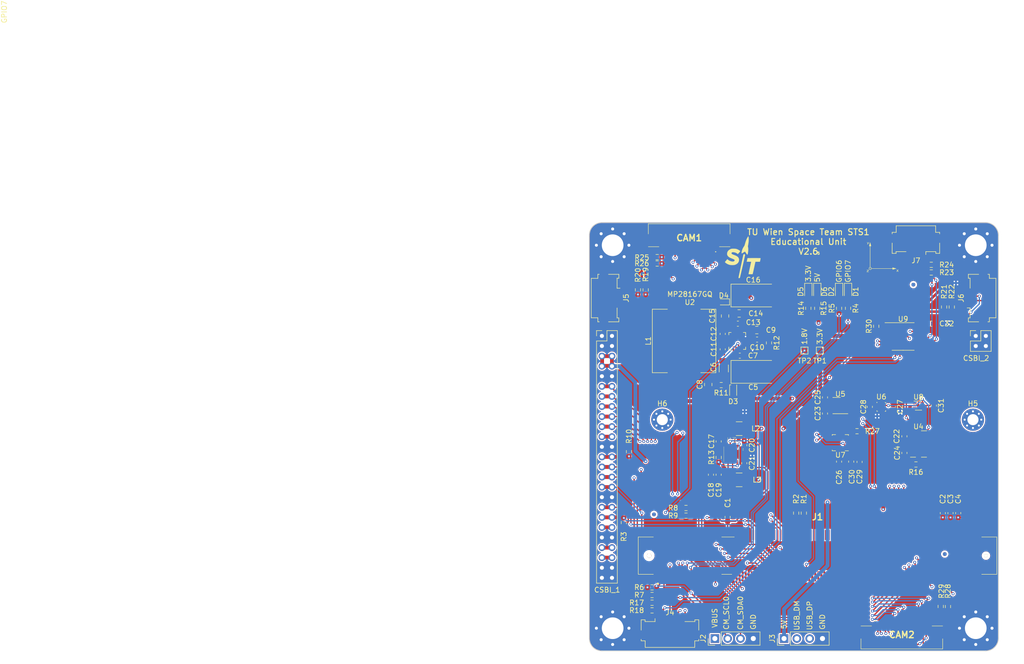
<source format=kicad_pcb>
(kicad_pcb (version 20221018) (generator pcbnew)
  (layers (0 "F.Cu" signal) (1 "In1.Cu" power) (2 "In2.Cu" mixed) (31 "B.Cu" signal) (34 "B.Paste" user) (35 "F.Paste" user) (36 "B.SilkS" user "B.Silkscreen") (37 "F.SilkS" user "F.Silkscreen") (38 "B.Mask" user) (39 "F.Mask" user) (44 "Edge.Cuts" user))
  (net 0 "")
  (net 1 "3V3")
  (net 2 "UART_COBC_EDU_2")
  (net 3 "UART_COBC_EDU_1")
  (net 4 "EDU_EN")
  (net 5 "VBUS")
  (net 6 "AGND")
  (net 7 "1V8")
  (net 8 "5V")
  (net 9 "Net-(C8-Pad1)")
  (net 10 "GND")
  (net 11 "Net-(U2-VCC)")
  (net 12 "Net-(U2-OC)")
  (net 13 "Net-(U2-SW1)")
  (net 14 "Net-(U2-BST1)")
  (net 15 "Net-(U2-SW2)")
  (net 16 "Net-(U2-BST2)")
  (net 17 "Net-(U3-EN2)")
  (net 18 "Dosi_En")
  (net 19 "CM_SCL0")
  (net 20 "CM_SDA0")
  (net 21 "EDU_Boot_Pin")
  (net 22 "Net-(U7-CAP)")
  (net 23 "Net-(D1-A)")
  (net 24 "Net-(D2-A)")
  (net 25 "Net-(D5-A)")
  (net 29 "RUN")
  (net 37 "USB_DM")
  (net 39 "USB_DP")
  (net 41 "CAM1_D0_N")
  (net 43 "CAM1_D0_P")
  (net 46 "CAM1_D1_N")
  (net 48 "CAM1_D1_P")
  (net 49 "CAM0_D1_N")
  (net 50 "CAM1_CK_N")
  (net 51 "CAM0_D1_P")
  (net 52 "CAM1_CK_P")
  (net 53 "CAM0_CK_N")
  (net 54 "CAM1_D2_N")
  (net 55 "CAM0_CK_P")
  (net 56 "CAM1_D2_P")
  (net 57 "CAM0_D0_N")
  (net 58 "CAM1_D3_N")
  (net 59 "CAM0_D0_P")
  (net 60 "CAM1_D3_P")
  (net 91 "GPIO_27")
  (net 93 "GPIO_26")
  (net 94 "Net-(J1-Pad84)")
  (net 95 "GPIO_25")
  (net 96 "Net-(J1-Pad82)")
  (net 97 "GPIO_24")
  (net 102 "Net-(D6-A)")
  (net 103 "EDU_SPI_1")
  (net 104 "CM1_RX")
  (net 105 "EDU_SPI_2")
  (net 107 "EDU_SPI_3")
  (net 109 "EDU_SPI_4")
  (net 111 "EDU_SPI_5")
  (net 113 "EDU_SPI_6")
  (net 114 "EDU_UPDATE")
  (net 116 "EDU_Heartbeat")
  (net 118 "CM_RX")
  (net 120 "CM_TX")
  (net 122 "CAM1_IO0")
  (net 124 "CAM1_IO1")
  (net 126 "CM_SDA1")
  (net 128 "CM_SCL1")
  (net 130 "GPIO_7")
  (net 132 "GPIO_6")
  (net 134 "CAM0_IO1")
  (net 136 "CAM0_IO0")
  (net 143 "UV_SDA0")
  (net 144 "UV_SCL0")
  (net 145 "UV_SDA1")
  (net 146 "UV_SCL1")
  (net 147 "UV_SDA2")
  (net 148 "UV_SCL2")
  (net 149 "UV_SDA3")
  (net 150 "UV_SCL3")
  (net 151 "CM1_TX")
  (net 152 "Net-(U3-LX1)")
  (net 153 "Net-(U3-LX2)")
  (net 154 "Net-(U4-~{CS})")
  (net 155 "Net-(U7-CS)")
  (net 164 "CAM0_D3_P")
  (net 165 "CAM0_D3_N")
  (net 166 "CAM0_D2_P")
  (net 167 "CAM0_D2_N")
  (footprint "Fiducial:Fiducial_0.75mm_Mask1.5mm" (layer "F.Cu") (at 180.262 54.119)
    (fp_text reference "FID2" hide)
    (fp_text value "Fiducial")
  )
  (footprint "Fiducial:Fiducial_0.75mm_Mask1.5mm" (layer "F.Cu") (at 129.462 52.468)
    (fp_text reference "FID3" hide)
    (fp_text value "Fiducial")
  )
  (footprint "Fiducial:Fiducial_0.75mm_Mask1.5mm" (layer "F.Cu") (at 128.827 99.712)
    (fp_text reference "FID4" hide)
    (fp_text value "Fiducial")
  )
  (footprint "MountingHole:MountingHole_4.3mm_M4_Pad_Via" (layer "F.Cu") (at 192.63254 46.3)
    (fp_text reference "H2" hide)
    (fp_text value "MountingHole_Pad" hide)
  )
  (footprint "MountingHole:MountingHole_4.3mm_M4_Pad_Via" (layer "F.Cu") (at 120.63254 122.3)
    (fp_text reference "H3" hide)
    (fp_text value "MountingHole_Pad" hide)
  )
  (footprint "MountingHole:MountingHole_4.3mm_M4_Pad_Via" (layer "F.Cu") (at 192.63254 122.3)
    (fp_text reference "H4" hide)
    (fp_text value "MountingHole_Pad" hide)
  )
  (footprint "STS:Coordinates" (layer "F.Cu") (at 174.166 48.658)
    (fp_text reference "U1" hide)
    (fp_text value "coordinate_system" hide)
  )
  (footprint "Fiducial:Fiducial_0.75mm_Mask1.5mm" (layer "F.Cu") (at 186.485 107.586)
    (fp_text reference "FID1" hide)
    (fp_text value "Fiducial")
  )
  (footprint "MountingHole:MountingHole_4.3mm_M4_Pad_Via" (layer "F.Cu") (at 120.63254 46.3)
    (fp_text reference "H1" hide)
    (fp_text value "MountingHole_Pad" hide)
  )
  (footprint "Connector_PinHeader_2.00mm:PinHeader_2x25_P2.00mm_Vertical" (layer "F.Cu") (at 118.5 64.3)
    (fp_text reference "CSBI_1")
    (fp_text value "Conn_02x25_Odd_Even")
  )
  (footprint "Resistor_SMD:R_0603_1608Metric_Pad0.98x0.95mm_HandSolder" (layer "F.Cu") (at 122.858 101.3395 -90)
    (fp_text reference "R3")
    (fp_text value "10k")
  )
  (footprint "Resistor_SMD:R_0603_1608Metric_Pad0.98x0.95mm_HandSolder" (layer "F.Cu") (at 187.882 58.564 -90)
    (fp_text reference "R22")
    (fp_text value "4k7")
  )
  (footprint "Package_CSP:WLCSP-12_1.56x1.56mm_P0.4mm" (layer "F.Cu") (at 173.912 78.376)
    (fp_text reference "U6")
    (fp_text value "BMM150")
  )
  (footprint "Capacitor_SMD:C_0805_2012Metric" (layer "F.Cu") (at 149.216411 63.136)
    (fp_text reference "C9")
    (fp_text value "1uF")
  )
  (footprint "Capacitor_SMD:C_0603_1608Metric_Pad1.08x0.95mm_HandSolder" (layer "F.Cu") (at 165.53 89.24 90)
    (fp_text reference "C26")
    (fp_text value "10nF 25V")
  )
  (footprint "Capacitor_SMD:C_0603_1608Metric_Pad1.08x0.95mm_HandSolder" (layer "F.Cu") (at 189.152 99.458 90)
    (fp_text reference "C4")
    (fp_text value "47u")
  )
  (footprint "Resistor_SMD:R_0603_1608Metric" (layer "F.Cu") (at 151.634348 65.681851 90)
    (fp_text reference "R12")
    (fp_text value "21k5")
  )
  (footprint "Resistor_SMD:R_0603_1608Metric_Pad0.98x0.95mm_HandSolder" (layer "F.Cu") (at 128.446 118.762 180)
    (fp_text reference "R18")
    (fp_text value "4k7")
  )
  (footprint "Package_TO_SOT_SMD:SOT-563" (layer "F.Cu") (at 181.278 78.122)
    (fp_text reference "U8")
    (fp_text value "TMP112AIDRLT")
  )
  (footprint "Capacitor_SMD:C_0603_1608Metric_Pad1.08x0.95mm_HandSolder" (layer "F.Cu") (at 141.654 91.838 -90)
    (fp_text reference "C19")
    (fp_text value "10u")
  )
  (footprint "Resistor_SMD:R_0603_1608Metric_Pad0.98x0.95mm_HandSolder" (layer "F.Cu") (at 159.434 58.818 90)
    (fp_text reference "R14")
    (fp_text value "2k7")
  )
  (footprint "Resistor_SMD:R_0603_1608Metric_Pad0.98x0.95mm_HandSolder" (layer "F.Cu") (at 185.686 117.9815 90)
    (fp_text reference "R29")
    (fp_text value "1k8")
  )
  (footprint "Capacitor_SMD:C_0805_2012Metric" (layer "F.Cu") (at 139.588695 73.943068 90)
    (fp_text reference "C8")
    (fp_text value "1uF")
  )
  (footprint "Connector_PinHeader_2.54mm:PinHeader_1x04_P2.54mm_Vertical" (layer "F.Cu") (at 140.902 124.35 90)
    (fp_text reference "J2")
    (fp_text value "Conn_01x04")
  )
  (footprint "STS_Package_DFN_QFN:SGP1610N2" (layer "F.Cu") (at 144.534186 75.109192)
    (fp_text reference "D3")
    (fp_text value "UCLAMP0871P.TNT ")
  )
  (footprint "Capacitor_SMD:C_0603_1608Metric_Pad1.08x0.95mm_HandSolder" (layer "F.Cu") (at 162.736 79.699 90)
    (fp_text reference "C23")
    (fp_text value "100nF")
  )
  (footprint "Resistor_SMD:R_0603_1608Metric" (layer "F.Cu") (at 142.162 74.058 180)
    (fp_text reference "R11")
    (fp_text value "100mR")
  )
  (footprint "Connector_FFC-FPC:Molex_200528-0040_1x04-1MP_P1.00mm_Horizontal" (layer "F.Cu") (at 120.692 56.786 -90)
    (fp_text reference "J5")
    (fp_text value "Conn_01x04")
  )
  (footprint "Inductor_SMD:L_1210_3225Metric_Pad1.42x2.65mm_HandSolder" (layer "F.Cu") (at 145.718 92.854)
    (fp_text reference "L3")
    (fp_text value "4u7")
  )
  (footprint "Capacitor_SMD:C_0603_1608Metric_Pad1.08x0.95mm_HandSolder" (layer "F.Cu") (at 171.626 78.376 -90)
    (fp_text reference "C28")
    (fp_text value "100nF")
  )
  (footprint "Capacitor_Tantalum_SMD:CP_EIA-7343-43_Kemet-X" (layer "F.Cu") (at 148.512 71.428173)
    (fp_text reference "C5")
    (fp_text value "100uF")
  )
  (footprint "Diode_SMD:D_SOD-523" (layer "F.Cu") (at 142.67 57.548 180)
    (fp_text reference "D4")
    (fp_text value "AQ1003-01LTG ")
  )
  (footprint "Resistor_SMD:R_0603_1608Metric_Pad0.98x0.95mm_HandSolder" (layer "F.Cu") (at 141.654 88.41415 90)
    (fp_text reference "R13")
    (fp_text value "100k")
  )
  (footprint "TestPoint:TestPoint_Pad_1.0x1.0mm" (layer "F.Cu") (at 161.72 67.2)
    (fp_text reference "TP1")
    (fp_text value "TestPoint")
  )
  (footprint "Package_SO:TSSOP-16_4.4x5mm_P0.65mm" (layer "F.Cu") (at 178.23 64.406)
    (fp_text reference "U9")
    (fp_text value "PCA9546APW")
  )
  (footprint "Resistor_SMD:R_0603_1608Metric_Pad0.98x0.95mm_HandSolder" (layer "F.Cu") (at 165.53 58.818 90)
    (fp_text reference "R5")
    (fp_text value "1k")
  )
  (footprint "Resistor_SMD:R_0603_1608Metric_Pad0.98x0.95mm_HandSolder" (layer "F.Cu") (at 172.896 62.374 90)
    (fp_text reference "R30")
    (fp_text value "4k7")
  )
  (footprint "Resistor_SMD:R_0603_1608Metric_Pad0.98x0.95mm_HandSolder" (layer "F.Cu") (at 187.12 118 90)
    (fp_text reference "R28")
    (fp_text value "1k8")
  )
  (footprint "Capacitor_SMD:C_0603_1608Metric_Pad1.08x0.95mm_HandSolder" (layer "F.Cu") (at 146.734 89.552 90)
    (fp_text reference "C21")
    (fp_text value "10u")
  )
  (footprint "TestPoint:TestPoint_Pad_1.0x1.0mm" (layer "F.Cu") (at 158.672 67.2)
    (fp_text reference "TP2")
    (fp_text value "TestPoint")
  )
  (footprint "STS_Logo:STLogo_7x8" (layer "F.Cu") (at 146.48 48.658)
    (fp_text reference "U10" hide)
    (fp_text value "ST_Logo" hide)
  )
  (footprint "Connector_FFC-FPC:Molex_200528-0040_1x04-1MP_P1.00mm_Horizontal" (layer "F.Cu") (at 192.334 56.786 90)
    (fp_text reference "J6")
    (fp_text value "Conn_01x04")
  )
  (footprint "Capacitor_SMD:C_0603_1608Metric" (layer "F.Cu") (at 142.454832 66.960372 -90)
    (fp_text reference "C11")
    (fp_text value "100nF")
  )
  (footprint "Resistor_SMD:R_0603_1608Metric_Pad0.98x0.95mm_HandSolder" (layer "F.Cu") (at 129.462 49.928 180)
    (fp_text reference "R26")
    (fp_text value "1k8")
  )
  (footprint "MountingHole:MountingHole_2.2mm_M2_Pad_Via" (layer "F.Cu") (at 130.478 80.916)
    (fp_text reference "H6")
    (fp_text value "MountingHole_Pad")
  )
  (footprint "Resistor_SMD:R_0603_1608Metric_Pad0.98x0.95mm_HandSolder" (layer "F.Cu") (at 128.446 115.714 180)
    (fp_text reference "R7")
    (fp_text value "4k7")
  )
  (footprint "Capacitor_SMD:C_0603_1608Metric" (layer "F.Cu") (at 145.848411 68.216)
    (fp_text reference "C7")
    (fp_text value "100nF")
  )
  (footprint "Resistor_SMD:R_0603_1608Metric_Pad0.98x0.95mm_HandSolder" (layer "F.Cu") (at 161.212 58.818 90)
    (fp_text reference "R15")
    (fp_text value "3k3")
  )
  (footprint "Capacitor_SMD:C_0603_1608Metric_Pad1.08x0.95mm_HandSolder" (layer "F.Cu") (at 184.326 78.122 -90)
    (fp_text reference "C31")
    (fp_text value "0.01µF")
  )
  (footprint "Resistor_SMD:R_0603_1608Metric_Pad0.98x0.95mm_HandSolder" (layer "F.Cu") (at 186.358 58.564 -90)
    (fp_text reference "R21")
    (fp_text value "4k7")
  )
  (footprint "Resistor_SMD:R_0603_1608Metric_Pad0.98x0.95mm_HandSolder" (layer "F.Cu") (at 129.462 48.658 180)
    (fp_text reference "R25")
    (fp_text value "1k8")
  )
  (footprint "54548-2271:545482271" (layer "F.Cu") (at 135.812 44.848 180)
    (fp_text reference "CAM1")
    (fp_text value "54548-2271" hide)
  )
  (footprint "Resistor_SMD:R_0603_1608Metric_Pad0.98x0.95mm_HandSolder" (layer "F.Cu") (at 127.176 55.1585 90)
    (fp_text reference "R19")
    (fp_text value "4k7")
  )
  (footprint "Capacitor_SMD:C_0603_1608Metric_Pad1.08x0.95mm_HandSolder" (layer "F.Cu") (at 187.628 99.458 90)
    (fp_text reference "C3")
    (fp_text value "47u")
  )
  (footprint "Resistor_SMD:R_0603_1608Metric_Pad0.98x0.95mm_HandSolder" (layer "F.Cu") (at 125.652 55.1585 90)
    (fp_text reference "R20")
    (fp_text value "4k7")
  )
  (footprint "Resistor_SMD:R_0603_1608Metric_Pad0.98x0.95mm_HandSolder" (layer "F.Cu") (at 169.086 83.202 180)
    (fp_text reference "R27")
    (fp_text value "5k")
  )
  (footprint "Capacitor_SMD:C_0603_1608Metric" (layer "F.Cu") (at 145.464 61.866)
    (fp_text reference "C13")
    (fp_text value "100nF")
  )
  (footprint "Capacitor_SMD:C_0603_1608Metric_Pad1.08x0.95mm_HandSolder" (layer "F.Cu") (at 162.736 76.4975 90)
    (fp_text reference "C25")
    (fp_text value "100nF")
  )
  (footprint "Capacitor_SMD:C_0805_2012Metric" (layer "F.Cu") (at 142.924 60.342 90)
    (fp_text reference "C15")
    (fp_text value "10uF")
  )
  (footprint "Capacitor_SMD:C_0603_1608Metric" (layer "F.Cu") (at 142.454832 63.898 90)
    (fp_text reference "C12")
    (fp_text value "100nF")
  )
  (footprint "Capacitor_SMD:C_0603_1608Metric_Pad1.08x0.95mm_HandSolder" (layer "F.Cu") (at 186.104 99.458 90)
    (fp_text reference "C2")
    (fp_text value "47u")
  )
  (footprint "Capacitor_SMD:C_0603_1608Metric_Pad1.08x0.95mm_HandSolder" (layer "F.Cu") (at 178.484 84.218 -90)
    (fp_text reference "C22")
    (fp_text value "0.1µF")
  )
  (footprint "Connector_PinHeader_2.54mm:PinHeader_1x04_P2.54mm_Vertical" (layer "F.Cu") (at 154.618 124.35 90)
    (fp_text reference "J3")
    (fp_text value "Conn_01x04")
  )
  (footprint "Resistor_SMD:R_0603_1608Metric_Pad0.98x0.95mm_HandSolder" (layer "F.Cu") (at 157.021 99.458 90)
    (fp_text reference "R2")
    (fp_text value "100k")
  )
  (footprint "Connector_PinHeader_2.00mm:PinHeader_2x02_P2.00mm_Vertical" (layer "F.Cu") (at 192.63 64.3)
    (fp_text reference "CSBI_2")
    (fp_text value "Conn_02x02_Odd_Even")
  )
  (footprint "Connector_FFC-FPC:Molex_200528-0040_1x04-1MP_P1.00mm_Horizontal" (layer "F.Cu") (at 180.77 46.746 180)
    (fp_text reference "J7")
    (fp_text value "Conn_01x04")
  )
  (footprint "Package_LGA:LGA-14_3x5mm_P0.8mm_LayoutBorder1x6y" (layer "F.Cu") (at 181.278 85.742)
    (fp_text reference "U4")
    (fp_text value "ADXL345BCCZ-RL")
  )
  (footprint "LED_SMD:LED_0603_1608Metric_Pad1.05x0.95mm_HandSolder" (layer "F.Cu") (at 165.53 55.516 -90)
    (fp_text reference "D2")
    (fp_text value "LED")
  )
  (footprint "Capacitor_SMD:C_0603_1608Metric_Pad1.08x0.95mm_HandSolder" (layer "F.Cu") (at 167.936 89.24 -90)
    (fp_text reference "C30")
    (fp_text value "10uF")
  )
  (footprint "Capacitor_SMD:C_0603_1608Metric_Pad1.08x0.95mm_HandSolder" (layer "F.Cu") (at 140.13 91.838 -90)
    (fp_text reference "C18")
    (fp_text value "10u")
  )
  (footprint "Resistor_SMD:R_0603_1608Metric_Pad0.98x0.95mm_HandSolder" (layer "F.Cu") (at 135.177 98.442 180)
    (fp_text reference "R8")
    (fp_text value "4k7")
  )
  (footprint "LED_SMD:LED_0603_1608Metric_Pad1.05x0.95mm_HandSolder" (layer "F.Cu") (at 159.434 55.516 -90)
    (fp_text reference "D5")
    (fp_text value "LED")
  )
  (footprint "Resistor_SMD:R_0603_1608Metric_Pad0.98x0.95mm_HandSolder" (layer "F.Cu") (at 128.446 117.238 180)
    (fp_text reference "R17")
    (fp_text value "4k7")
  )
  (footprint "Capacitor_SMD:C_0603_1608Metric_Pad1.08x0.95mm_HandSolder" (layer "F.Cu") (at 141.654 85.234 90)
    (fp_text reference "C17")
    (fp_text value "100n")
  )
  (footprint "Resistor_SMD:R_0603_1608Metric_Pad0.98x0.95mm_HandSolder" (layer "F.Cu") (at 158.545 99.458 90)
    (fp_text reference "R1")
    (fp_text value "100k")
  )
  (footprint "Package_LGA:Bosch_LGA-8_3x3mm_P0.8mm_ClockwisePinNumbering" (layer "F.Cu") (at 165.784 78.122 -90)
    (fp_text reference "U5")
    (fp_text value "BME688")
  )
  (footprint "Capacitor_SMD:C_0603_1608Metric_Pad1.08x0.95mm_HandSolder" (layer "F.Cu") (at 176.198 78.376 -90)
    (fp_text reference "C27")
    (fp_text value "100nF")
  )
  (footprint "Capacitor_SMD:C_0603_1608Metric_Pad1.08x0.95mm_HandSolder" (layer "F.Cu") (at 183.818 61.866)
    (fp_text reference "C32")
    (fp_text value "1µF")
  )
  (footprint "Resistor_SMD:R_0603_1608Metric_Pad0.98x0.95mm_HandSolder" (layer "F.Cu") (at 123.874 87.266 90)
    (fp_text reference "R10")
    (fp_text value "4k7")
  )
  (footprint "Resistor_SMD:R_0603_1608Metric_Pad0.98x0.95mm_HandSolder" (layer "F.Cu") (at 183.818 50.182)
    (fp_text reference "R24")
    (fp_text value "4k7")
  )
  (footprint "Resistor_SMD:R_0603_1608Metric_Pad0.98x0.95mm_HandSolder" (layer "F.Cu") (at 183.818 51.706)
    (fp_text reference "R23")
    (fp_text value "4k7")
  )
  (footprint "Resistor_SMD:R_0603_1608Metric_Pad0.98x0.95mm_HandSolder" (layer "F.Cu") (at 128.446 114.19 180)
    (fp_text reference "R6")
    (fp_text value "4k7")
  )
  (footprint "Inductor_SMD:L_1210_3225Metric_Pad1.42x2.65mm_HandSolder" (layer "F.Cu") (at 145.718 82.694)
    (fp_text reference "L2")
    (fp_text value "4u7")
  )
  (footprint "Package_LGA:LGA-16_3x3mm_P0.5mm_LayoutBorder3x5y" (layer "F.Cu") (at 165.784 85.488 180)
    (fp_text reference "U7")
    (fp_text value "L3GD20H")
  )
  (footprint "Capacitor_SMD:C_0603_1608Metric_Pad1.08x0.95mm_HandSolder" (layer "F.Cu") (at 169.594 89.298 -90)
    (fp_text reference "C29")
    (fp_text value "100nF")
  )
  (footprint "54548-2271:545482271" (layer "F.Cu") (at 177.972 123.606)
    (fp_text reference "CAM2")
    (fp_text value "54548-2271" hide)
  )
  (footprint "LED_SMD:LED_0603_1608Metric_Pad1.05x0.95mm_HandSolder" (layer "F.Cu") (at 161.212 55.516 -90)
    (fp_text reference "D6")
    (fp_text value "LED")
  )
  (footprint "Capacitor_SMD:C_0805_2012Metric" (layer "F.Cu") (at 145.718 59.834)
    (fp_text reference "C14")
    (fp_text value "10uF")
  )
  (footprint "PAM2306AYPKE:SON45P300X300X80-13N" (layer "F.Cu") (at 144.194 87.774 90)
    (fp_text reference "U3")
    (fp_text value "~")
  )
  (footprint "Capacitor_SMD:C_0603_1608Metric_Pad1.08x0.95mm_HandSolder" (layer "F.Cu") (at 178.484 87.52 90)
    (fp_text reference "C24")
    (fp_text value "1µF")
  )
  (footprint "Inductor_SMD:L_12x12mm_H6mm" (layer "F.Cu") (at 134.796 65.292 90)
    (fp_text reference "L1")
    (fp_text value "4.7uH")
  )
  (footprint "Connector_FFC-FPC:Molex_200528-0060_1x06-1MP_P1.00mm_Horizontal" (layer "F.Cu") (at 132 121.8)
    (fp_text reference "J4")
    (fp_text value "Conn_01x06")
  )
  (footprint "LED_SMD:LED_0603_1608Metric_Pad1.05x0.95mm_HandSolder" (layer "F.Cu") (at 167.308 55.516 -90)
    (fp_text reference "D1")
    (fp_text value "LED")
  )
  (footprint "Resistor_SMD:R_0603_1608Metric_Pad0.98x0.95mm_HandSolder" (layer "F.Cu") (at 167.308 58.818 90)
    (fp_text reference "R4")
    (fp_text value "1k")
  )
  (footprint "Capacitor_SMD:C_0603_1608Metric_Pad1.08x0.95mm_HandSolder" (layer "F.Cu") (at 146.734 85.996 -90)
    (fp_text reference "C20")
    (fp_text value "10u")
  )
  (footprint "Resistor_SMD:R_0603_1608Metric_Pad0.98x0.95mm_HandSolder" (layer "F.Cu") (at 180.77 89.806)
    (fp_text reference "R16")
    (fp_text value "5k")
  )
  (footprint "Resistor_SMD:R_0603_1608Metric_Pad0.98x0.95mm_HandSolder" (layer "F.Cu") (at 135.177 99.966 180)
    (fp_text reference "R9")
    (fp_text value "4k7")
  )
  (footprint "Capacitor_SMD:C_1206_3216Metric" (layer "F.Cu") (at 142.67 70.756 -90)
    (fp_text reference "C6")
    (fp_text value "22uF")
  )
  (footprint "Capacitor_Tantalum_SMD:CP_EIA-7343-43_Kemet-X" (layer "F.Cu") (at 148.512 56.278)
    (fp_text reference "C16")
    (fp_text value "100uF")
  )
  (footprint "Capacitor_SMD:C_0603_1608Metric_Pad1.08x0.95mm_HandSolder" (layer "F.Cu") (at 143.432 100.22 90)
    (fp_text reference "C1")
    (fp_text value "1u")
  )
  (footprint "1717254-4:17172544" (layer "F.Cu") (at 161.258726 107.902107 180)
    (fp_text reference "J1")
    (fp_text value "SODIMM-200" hide)
  )
  (footprint "Capacitor_SMD:C_0603_1608Metric" (layer "F.Cu") (at 149.274 65.021515)
    (fp_text reference "C10")
    (fp_text value "22nF")
  )
  (footprint "MountingHole:MountingHole_2.2mm_M2_Pad_Via" (layer "F.Cu") (at 192.078 80.916)
    (fp_text reference "H5")
    (fp_text value "MountingHole_Pad")
  )
  (footprint "STS_Package_DFN_QFN:MP28167_QFN16" (layer "F.Cu") (at 145.340411 65.292 90)
    (fp_text reference "U2")
    (fp_text value "MP28167GQ")
  )
  (footprint "Fiducial:Fiducial_0.75mm_Mask1.5mm" (layer "B.Cu") (at 128.827 99.712)
    (fp_text reference "FID5" hide)
    (fp_text value "Fiducial")
  )
  (footprint "Fiducial:Fiducial_0.75mm_Mask1.5mm" (layer "B.Cu") (at 126.534 51.96)
    (fp_text reference "FID7" hide)
    (fp_text value "Fiducial")
  )
  (footprint "Fiducial:Fiducial_0.75mm_Mask1.5mm" (layer "B.Cu") (at 186.485 107.586)
    (fp_text reference "FID8" hide)
    (fp_text value "Fiducial")
  )
  (footprint "Fiducial:Fiducial_0.75mm_Mask1.5mm" (layer "B.Cu") (at 180.262 54.119)
    (fp_text reference "FID6" hide)
    (fp_text value "Fiducial")
  )
  (gr_line (start 194.59254 41.8) (end 118.5 41.8) (stroke (width 0.15)) (layer "Edge.Cuts"))
  (gr_line (start 116 44.3) (end 116 124.3) (stroke (width 0.15)) (layer "Edge.Cuts"))
  (gr_arc (start 194.59254 41.8) (mid 196.388591 42.543949) (end 197.13254 44.34) (stroke (width 0.15)) (layer "Edge.Cuts"))
  (gr_arc (start 197.13254 124.26) (mid 196.388591 126.056051) (end 194.59254 126.8) (stroke (width 0.15)) (layer "Edge.Cuts"))
  (gr_arc (start 118.5 126.8) (mid 116.732233 126.067767) (end 116 124.3) (stroke (width 0.15)) (layer "Edge.Cuts"))
  (gr_line (start 197.13254 124.26) (end 197.13254 44.34) (stroke (width 0.15)) (layer "Edge.Cuts"))
  (gr_line (start 118.5 126.8) (end 194.59254 126.8) (stroke (width 0.15)) (layer "Edge.Cuts"))
  (gr_arc (start 116 44.3) (mid 116.732233 42.532233) (end 118.5 41.8) (stroke (width 0.15)) (layer "Edge.Cuts"))
  (gr_text "3.3V" (at 159.434 51.96 90) (layer "F.SilkS") (effects (font (size 1 1))))
  (gr_text "VBUS" (at 140.892 120.286 90) (layer "F.SilkS") (effects (font (size 1 1))))
  (gr_text "USB_DP" (at 159.688 119.780822 90) (layer "F.SilkS") (effects (font (size 1 1))))
  (gr_text "3.3V" (at 161.72 64.406 90) (layer "F.SilkS") (effects (font (size 1 1))))
  (gr_text "CM_SCL0" (at 143.178 119.27 90) (layer "F.SilkS") (effects (font (size 1 1))))
  (gr_text "GND" (at 162.228 121.048 90) (layer "F.SilkS") (effects (font (size 1 1))))
  (gr_text "GND" (at 148.512 121.048 90) (layer "F.SilkS") (effects (font (size 1 1))))
  (gr_text "GPIO7" (at 0 0 90) (layer "F.SilkS") (effects (font (size 1 1))))
  (gr_text "TU Wien Space Team STS1\nEducational Unit\nV2.6" (at 159.434 45.61) (layer "F.SilkS") (effects (font (size 1.2 1.2) (thickness 0.2))))
  (gr_text "5" (at 161.466 47.896) (layer "F.SilkS") (effects (font (size 0.5 0.5) (thickness 0.125))))
  (gr_text "USB_DM" (at 157.148 119.778 90) (layer "F.SilkS") (effects (font (size 1 1))))
  (gr_text "5V" (at 161.212 52.722 90) (layer "F.SilkS") (effects (font (size 1 1))))
  (gr_text "GPIO7" (at 167.308 51.452 90) (layer "F.SilkS") (effects (font (size 1 1))))
  (gr_text "5V" (at 154.608 121.556 90) (layer "F.SilkS") (effects (font (size 1 1))))
  (gr_text "1.8V" (at 158.672 64.406 90) (layer "F.SilkS") (effects (font (size 1 1))))
  (gr_text "CM_SDA0" (at 145.972 119.27 90) (layer "F.SilkS") (effects (font (size 1 1))))
  (gr_text "GPIO6" (at 165.53 51.452 90) (layer "F.SilkS") (effects (font (size 1 1))))
  (segment (start 190.508726 103.802107) (end 191.108726 103.802107) (width 0.254) (layer "F.Cu") (net 1))
  (segment (start 188.1595 117.0875) (end 187.12 117.0875) (width 0.254) (layer "F.Cu") (net 1))
  (segment (start 189.908726 102.246726) (end 189.908726 103.802107) (width 0.254) (layer "F.Cu") (net 1))
  (segment (start 127.5335 115.714) (end 127.5335 117.238) (width 0.762) (layer "F.Cu") (net 1))
  (segment (start 182.9555 57.7755) (end 182.9555 60.6965) (width 0.508) (layer "F.Cu") (net 1))
  (segment (start 187.12 117.0875) (end 185.7045 117.0875) (width 0.254) (layer "F.Cu") (net 1))
  (segment (start 183.2865 59.4765) (end 186.358 59.4765) (width 0.508) (layer "F.Cu") (net 1))
  (segment (start 127.5335 118.762) (end 127.5335 118.9235) (width 0.254) (layer "F.Cu") (net 1))
  (segment (start 163.5455 78.8365) (end 163.879 78.503) (width 0.254) (layer "F.Cu") (net 1))
  (segment (start 129.317 46.898) (end 128.5495 47.6655) (width 0.254) (layer "F.Cu") (net 1))
  (segment (start 121.602 55.286) (end 123.088 55.286) (width 0.508) (layer "F.Cu") (net 1))
  (segment (start 182.27 47.656) (end 183.324 47.656) (width 0.508) (layer "F.Cu") (net 1))
  (segment (start 149.6815 90.4145) (end 146.734 90.4145) (width 0.254) (layer "F.Cu") (net 1))
  (segment (start 162.6885 78.884) (end 162.736 78.8365) (width 0.762) (layer "F.Cu") (net 1))
  (segment (start 188.1595 120.2625) (end 188.1595 117.0875) (width 0.254) (layer "F.Cu") (net 1))
  (segment (start 166.784 86.713) (end 166.784 87.2255) (width 0.2032) (layer "F.Cu") (net 1))
  (segment (start 176.198 80.662) (end 176.198 79.2385) (width 0.762) (layer "F.Cu") (net 1))
  (segment (start 186.358 59.4765) (end 187.882 59.4765) (width 0.508) (layer "F.Cu") (net 1))
  (segment (start 143.458107 103.802107) (end 141.308726 103.802107) (width 0.254) (layer "F.Cu") (net 1))
  (segment (start 127.5335 117.238) (end 127.5335 118.762) (width 0.762) (layer "F.Cu") (net 1))
  (segment (start 134.2645 97.1955) (end 134.2645 98.442) (width 0.254) (layer "F.Cu") (net 1))
  (segment (start 190.508726 111.702107) (end 190.508726 103.802107) (width 0.254) (layer "F.Cu") (net 1))
  (segment (start 184.146 75.635) (end 184.199 75.582) (width 0.762) (layer "F.Cu") (net 1))
  (segment (start 143.432 101.0825) (end 144.9825 101.0825) (width 0.254) (layer "F.Cu") (net 1))
  (segment (start 157.402 59.199) (end 157.9335 59.7305) (width 0.508) (layer "F.Cu") (net 1))
  (segment (start 127.5335 114.19) (end 127.5335 115.714) (width 0.762) (layer "F.Cu") (net 1))
  (segment (start 166.284 86.713) (end 166.784 86.713) (width 0.2032) (layer "F.Cu") (net 1))
  (segment (start 161.794 75.635) (end 161.794 67.274) (width 0.762) (layer "F.Cu") (net 1))
  (segment (start 163.3095 75.635) (end 164.5965 76.922) (width 0.254) (layer "F.Cu") (net 1))
  (segment (start 171.425 75.635) (end 171.626 75.836) (width 0.762) (layer "F.Cu") (net 1))
  (segment (start 144.9825 101.0825) (end 151.433 94.632) (width 0.254) (layer "F.Cu") (net 1))
  (segment (start 177.595 82.821) (end 176.833 83.583) (width 0.762) (layer "F.Cu") (net 1))
  (segment (start 167.562 64.279) (end 170.3795 61.4615) (width 0.762) (layer "F.Cu") (net 1))
  (segment (start 169.9985 84.8295) (end 168.34 86.488) (width 0.254) (layer "F.Cu") (net 1))
  (segment (start 174.478 78.942) (end 174.7745 79.2385) (width 0.254) (layer "F.Cu") (net 1))
  (segment (start 160.831 78.757) (end 160.831 75.709) (width 0.762) (layer "F.Cu") (net 1))
  (segment (start 160.704 78.884) (end 162.6885 78.884) (width 0.762) (layer "F.Cu") (net 1))
  (segment (start 189.608726 116.527274) (end 189.0485 117.0875) (width 0.254) (layer "F.Cu") (net 1))
  (segment (start 147.2055 82.694) (end 150.163 82.694) (width 0.762) (layer "F.Cu") (net 1))
  (segment (start 173.3005 61.4615) (end 173.912 60.85) (width 0.762) (layer "F.Cu") (net 1))
  (segment (start 172.134 83.202) (end 169.9985 83.202) (width 0.762) (layer "F.Cu") (net 1))
  (segment (start 172.896 61.4615) (end 173.3005 61.4615) (width 0.762) (layer "F.Cu") (net 1))
  (segment (start 190.2335 59.4765) (end 191.424 58.286) (width 0.508) (layer "F.Cu") (net 1))
  (segment (start 161.72 64.279) (end 167.562 64.279) (width 0.762) (layer "F.Cu") (net 1))
  (segment (start 141.654 52.214) (end 153.973 52.214) (width 0.508) (layer "F.Cu") (net 1))
  (segment (start 185.977 52.722) (end 185.977 54.754) (width 0.508) (layer "F.Cu") (net 1))
  (segment (start 182.6905 62.131) (end 182.9555 61.866) (width 0.508) (layer "F.Cu") (net 1))
  (segment (start 184.961 51.706) (end 185.977 52.722) (width 0.508) (layer "F.Cu") (net 1))
  (segment (start 128.5495 49.928) (end 127.176 51.3015) (width 0.508) (layer "F.Cu") (net 1))
  (segment (start 185.977 54.754) (end 182.9555 57.7755) (width 0.508) (layer "F.Cu") (net 1))
  (segment (start 138.352 97.172) (end 134.288 97.172) (width 0.254) (layer "F.Cu") (net 1))
  (segment (start 144.419 89.274) (end 144.419 90.539) (width 0.254) (layer "F.Cu") (net 1))
  (segment (start 139.622 54.246) (end 141.654 52.214) (width 0.508) (layer "F.Cu") (net 1))
  (segment (start 160.905 75.635) (end 161.794 75.635) (width 0.762) (layer "F.Cu") (net 1))
  (segment (start 184.326 75.709) (end 184.326 77.2595) (width 0.762) (layer "F.Cu") (net 1))
  (segment (start 166.9715 77.722) (end 171.4175 77.722) (width 0.254) (layer "F.Cu") (net 1))
  (segment (start 171.626 75.836) (end 171.626 77.5135) (width 0.762) (layer "F.Cu") (net 1))
  (segment (start 150.6445 90.4145) (end 149.6815 90.4145) (width 0.254) (layer "F.Cu") (net 1))
  (segment (start 161.794 75.635) (end 162.736 75.635) (width 0.762) (layer "F.Cu") (net 1))
  (segment (start 145.508726 103.802107) (end 143.458107 103.802107) (width 0.254) (layer "F.Cu") (net 1))
  (segment (start 186.866 121.556) (end 188.1595 120.2625) (width 0.254) (layer "F.Cu") (net 1))
  (segment (start 154.481 82.694) (end 158.291 78.884) (width 0.762) (layer "F.Cu") (net 1))
  (segment (start 189.608726 112.002107) (end 189.608726 116.527274) (width 0.254) (layer "F.Cu") (net 1))
  (segment (start 162.736 75.635) (end 163.3095 75.635) (width 0.254) (layer "F.Cu") (net 1))
  (segment (start 184.199 75.582) (end 184.326 75.709) (width 0.762) (layer "F.Cu") (net 1))
  (segment (start 160.704 78.884) (end 160.831 78.757) (width 0.762) (layer "F.Cu") (net 1))
  (segment (start 187.628 100.3205) (end 187.628 100.982) (width 0.254) (layer "F.Cu") (net 1))
  (segment (start 184.7305 51.706) (end 184.961 51.706) (width 0.508) (layer "F.Cu") (net 1))
  (segment (start 189.66 101.998) (end 189.908726 102.246726) (width 0.254) (layer "F.Cu") (net 1))
  (segment (start 162.736 78.8365) (end 163.5455 78.8365) (width 0.254) (layer "F.Cu") (net 1))
  (segment (start 143.432 103.776) (end 143.458107 103.802107) (width 0.254) (layer "F.Cu") (net 1))
  (segment (start 125.652 54.246) (end 127.176 54.246) (width 0.508) (layer "F.Cu") (net 1))
  (segment (start 153.973 52.214) (end 157.402 55.643) (width 0.508) (layer "F.Cu") (net 1))
  (segment (start 171.425 75.635) (end 184.146 75.635) (width 0.762) (layer "F.Cu") (net 1))
  (segment (start 189.908726 103.802107) (end 190.508726 103.802107) (width 0.254) (layer "F.Cu") (net 1))
  (segment (start 178.3305 83.202) (end 178.484 83.3555) (width 0.254) (layer "F.Cu") (net 1))
  (segment (start 178.484 83.3555) (end 179.8915 83.3555) (width 0.254) (layer "F.Cu") (net 1))
  (segment (start 170.3795 61.4615) (end 172.896 61.4615) (width 0.762) (layer "F.Cu") (net 1))
  (segment (start 165.784 86.713) (end 166.284 86.713) (width 0.2032) (layer "F.Cu") (net 1))
  (segment (start 142.2625 101.0825) (end 140.9555 99.7755) (width 0.254) (layer "F.Cu") (net 1))
  (segment (start 174.7745 79.2385) (end 176.198 79.2385) (width 0.254) (layer "F.Cu") (net 1))
  (segment (start 178.1295 83.3555) (end 178.484 83.3555) (width 0.762) (layer "F.Cu") (net 1))
  (segment (start 164.5775 78.503) (end 164.5965 78.522) (width 0.254) (layer "F.Cu") (net 1))
  (segment (start 184.7305 50.182) (end 184.7305 51.706) (width 0.508) (layer "F.Cu") (net 1))
  (segment (start 173.912 60.85) (end 181.9395 60.85) (width 0.762) (layer "F.Cu") (net 1))
  (segment (start 171.4175 77.722) (end 171.626 77.5135) (width 0.254) (layer "F.Cu") (net 1))
  (segment (start 166.784 86.713) (end 167.009 86.488) (width 0.2032) (layer "F.Cu") (net 1))
  (segment (start 178.484 88.4325) (end 179.8575 89.806) (width 0.254) (layer "F.Cu") (net 1))
  (segment (start 167.936 88.3775) (end 169.536 88.3775) (width 0.254) (layer "F.Cu") (net 1))
  (segment (start 161.794 75.635) (end 171.425 75.635) (width 0.762) (layer "F.Cu") (net 1))
  (segment (start 182.028 78.122) (end 183.4635 78.122) (width 0.254) (layer "F.Cu") (net 1))
  (segment (start 178.484 88.3825) (end 178.484 88.4325) (width 0.254) (layer "F.Cu") (net 1))
  (segment (start 179.6375 88.3825) (end 180.278 87.742) (width 0.254) (layer "F.Cu") (net 1))
  (segment (start 127.176 54.246) (end 139.622 54.246) (width 0.508) (layer "F.Cu") (net 1))
  (segment (start 179.8915 83.3555) (end 180.278 83.742) (width 0.254) (layer "F.Cu") (net 1))
  (segment (start 140.9555 99.7755) (end 140.384 100.347) (width 0.254) (layer "F.Cu") (net 1))
  (segment (start 157.9335 59.7305) (end 159.434 59.7305) (width 0.508) (layer "F.Cu") (net 1))
  (segment (start 151.433 94.632) (end 151.433 91.203) (width 0.254) (layer "F.Cu") (net 1))
  (segment (start 171.626 77.5135) (end 173.0495 77.5135) (width 0.254) (layer "F.Cu") (net 1))
  (segment (start 181.0925 62.131) (end 182.6905 62.131) (width 0.508) (layer "F.Cu") (net 1))
  (segment (start 175.817 81.043) (end 176.198 80.662) (width 0.762) (layer "F.Cu") (net 1))
  (segment (start 144.575 90.695) (end 146.4535 90.695) (width 0.254) (layer "F.Cu") (net 1))
  (segment (start 151.433 91.203) (end 150.6445 90.4145) (width 0.254) (layer "F.Cu") (net 1))
  (segment (start 182.9555 60.6965) (end 182.9555 59.8075) (width 0.508) (layer "F.Cu") (net 1))
  (segment (start 140.9555 99.7755) (end 138.352 97.172) (width 0.254) (layer "F.Cu") (net 1))
  (segment (start 146.4535 90.695) (end 146.734 90.4145) (width 0.254) (layer "F.Cu") (net 1))
  (segment (start 173.346 77.81) (end 173.629 78.093) (width 0.254) (layer "F.Cu") (net 1))
  (segment (start 124.128 54.246) (end 125.652 54.246) (width 0.508) (layer "F.Cu") (net 1))
  (segment (start 144.419 90.539) (end 144.575 90.695) (width 0.254) (layer "F.Cu") (net 1))
  (segment (start 149.6815 90.4145) (end 149.6815 83.1755) (width 0.254) (layer "F.Cu") (net 1))
  (segment (start 188.644 101.998) (end 189.66 101.998) (width 0.254) (layer "F.Cu") (net 1))
  (segment (start 183.222 121.556) (end 186.866 121.556) (width 0.254) (layer "F.Cu") (net 1))
  (segment (start 176.833 83.583) (end 176.833 88.028) (width 0.762) (layer "F.Cu") (net 1))
  (segment (start 130.562 46.898) (end 129.317 46.898) (width 0.254) (layer "F.Cu") (net 1))
  (segment (start 159.434 61.993) (end 159.434 59.7305) (width 0.762) (layer "F.Cu") (net 1))
  (segment (start 143.432 101.0825) (end 142.2625 101.0825) (width 0.254) (layer "F.Cu") (net 1))
  (segment (start 185.7045 117.0875) (end 185.686 117.069) (width 0.254) (layer "F.Cu") (net 1))
  (segment (start 166.784 87.2255) (end 167.936 88.3775) (width 0.2032) (layer "F.Cu") (net 1))
  (segment (start 177.1875 88.3825) (end 178.484 88.3825) (width 0.762) (layer "F.Cu") (net 1))
  (segment (start 174.293 81.043) (end 172.134 83.202) (width 0.762) (layer "F.Cu") (net 1))
  (segment (start 169.536 88.3775) (end 169.594 88.4355) (width 0.254) (layer "F.Cu") (net 1))
  (segment (start 182.9555 61.866) (end 182.9555 60.6965) (width 0.508) (layer "F.Cu") (net 1))
  (segment (start 134.288 97.172) (end 134.2645 97.1955) (width 0.254) (layer "F.Cu") (net 1))
  (segment (start 190.808726 112.002107) (end 190.208726 112.002107) (width 0.254) (layer "F.Cu") (net 1))
  (segment (start 127.176 51.3015) (end 127.176 54.246) (width 0.508) (layer "F.Cu") (net 1))
  (segment (start 183.324 47.656) (end 184.7305 49.0625) (width 0.508) (layer "F.Cu") (net 1))
  (segment (start 146.353 114.444) (end 145.208726 113.299726) (width 0.254) (layer "F.Cu") (net 1))
  (segment (start 187.882 59.4765) (end 190.2335 59.4765) (width 0.508) (layer "F.Cu") (net 1))
  (segment (start 168.34 86.488) (end 167.009 86.488) (width 0.254) (layer "F.Cu") (net 1))
  (segment (start 187.628 100.982) (end 188.644 101.998) (width 0.254) (layer "F.Cu") (net 1))
  (segment (start 160.831 75.709) (end 160.905 75.635) (width 0.762) (layer "F.Cu") (net 1))
  (segment (start 181.9395 60.85) (end 182.9555 61.866) (width 0.762) (layer "F.Cu") (net 1))
  (segment (start 123.088 55.286) (end 124.128 54.246) (width 0.508) (layer "F.Cu") (net 1))
  (segment (start 149.6815 83.1755) (end 150.163 82.694) (width 0.254) (layer "F.Cu") (net 1))
  (segment (start 161.72 67.2) (end 161.72 64.279) (width 0.762) (layer "F.Cu") (net 1))
  (segment (start 128.5495 48.658) (end 128.5495 49.928) (width 0.508) (layer "F.Cu") (net 1))
  (segment (start 145.208726 113.299726) (end 145.208726 112.002107) (width 0.254) (layer "F.Cu") (net 1))
  (segment (start 173.0495 77.5135) (end 173.346 77.81) (width 0.254) (layer "F.Cu") (net 1))
  (segment (start 143.432 101.0825) (end 143.432 103.776) (width 0.254) (layer "F.Cu") (net 1))
  (segment (start 182.9555 59.8075) (end 183.2865 59.4765) (width 0.508) (layer "F.Cu") (net 1))
  (segment (start 178.484 88.3825) (end 179.6375 88.3825) (width 0.254) (layer "F.Cu") (net 1))
  (segment (start 174.293 81.043) (end 175.817 81.043) (width 0.762) (layer "F.Cu") (net 1))
  (segment (start 134.2645 98.442) (end 134.2645 99.966) (width 0.762) (layer "F.Cu") (net 1))
  (segment (start 190.208726 112.002107) (end 189.608726 112.002107) (width 0.254) (layer "F.Cu") (net 1))
  (segment (start 163.879 78.503) (end 164.5775 78.503) (width 0.254) (layer "F.Cu") (net 1))
  (segment (start 128.5495 47.6655) (end 128.5495 48.658) (width 0.254) (layer "F.Cu") (net 1))
  (segment (start 183.4635 78.122) (end 184.326 77.2595) (width 0.254) (layer "F.Cu") (net 1))
  (segment (start 174.293 98.696) (end 174.293 81.043) (width 0.762) (layer "F.Cu") (net 1))
  (segment (start 176.833 88.028) (end 177.1875 88.3825) (width 0.762) (layer "F.Cu") (net 1))
  (segment (start 184.7305 49.0625) (end 184.7305 50.182) (width 0.508) (layer "F.Cu") (net 1))
  (segment (start 161.72 64.279) (end 159.434 61.993) (width 0.762) (layer "F.Cu") (net 1))
  (segment (start 175.817 81.043) (end 177.595 82.821) (width 0.762) (layer "F.Cu") (net 1))
  (segment (start 177.595 82.821) (end 178.1295 83.3555) (width 0.762) (layer "F.Cu") (net 1))
  (segment (start 127.5335 118.9235) (end 129.5 120.89) (width 0.254) (layer "F.Cu") (net 1))
  (segment (start 157.402 55.643) (end 157.402 59.199) (width 0.508) (layer "F.Cu") (net 1))
  (segment (start 190.208726 112.002107) (end 190.508726 111.702107) (width 0.254) (layer "F.Cu") (net 1))
  (segment (start 140.384 100.347) (end 139.368 100.347) (width 0.254) (layer "F.Cu") (net 1))
  (segment (start 169.9985 83.202) (end 169.9985 84.8295) (width 0.254) (layer "F.Cu") (net 1))
  (segment (start 141.019 112.012381) (end 141.008726 112.002107) (width 0.254) (layer "F.Cu") (net 1))
  (segment (start 189.0485 117.0875) (end 188.1595 117.0875) (width 0.254) (layer "F.Cu") (net 1))
  (segment (start 158.291 78.884) (end 160.704 78.884) (width 0.762) (layer "F.Cu") (net 1))
  (segment (start 161.794 67.274) (end 161.72 67.2) (width 0.762) (layer "F.Cu") (net 1))
  (segment (start 141.019 113.555) (end 141.019 112.012381) (width 0.254) (layer "F.Cu") (net 1))
  (via (at 141.019 113.555) (size 0.6) (drill 0.3) (layers "F.Cu" "B.Cu") (net 1))
  (via (at 150.163 82.694) (size 0.6) (drill 0.3) (layers "F.Cu" "B.Cu") (net 1))
  (via (at 146.353 114.444) (size 0.6) (drill 0.3) (layers "F.Cu" "B.Cu") (net 1))
  (via (at 154.481 82.694) (size 0.6) (drill 0.3) (layers "F.Cu" "B.Cu") (net 1))
  (via (at 139.368 100.347) (size 0.6) (drill 0.3) (layers "F.Cu" "B.Cu") (net 1))
  (via (at 127.5335 114.19) (size 0.6) (drill 0.3) (layers "F.Cu" "B.Cu") (net 1))
  (via (at 187.628 100.3205) (size 0.6) (drill 0.3) (layers "F.Cu" "B.Cu") (net 1))
  (via (at 174.293 98.696) (size 0.6) (drill 0.3) (layers "F.Cu" "B.Cu") (net 1))
  (segment (start 118.5 106.3) (end 120.5 106.3) (width 0.762) (layer "F.Cu") (net 2))
  (segment (start 118.5 108.3) (end 120.5 108.3) (width 0.762) (layer "F.Cu") (net 3))
  (segment (start 145.590411 66.742) (end 145.590411 65.929411) (width 0.254) (layer "F.Cu") (net 4))
  (segment (start 145.590411 65.929411) (end 145.464 65.803) (width 0.254) (layer "F.Cu") (net 4))
  (segment (start 118.5 102.3) (end 120.5 102.3) (width 0.762) (layer "F.Cu") (net 4))
  (via (at 131.113 99.331) (size 0.6) (drill 0.3) (layers "F.Cu" "B.Cu") (net 4))
  (via (at 145.464 65.803) (size 0.6) (drill 0.3) (layers "F.Cu" "B.Cu") (net 4))
  (segment (start 135.939 75.328) (end 135.939 94.505) (width 0.254) (layer "B.Cu") (net 4))
  (segment (start 145.464 65.803) (end 135.939 75.328) (width 0.254) (layer "B.Cu") (net 4))
  (segment (start 135.939 94.505) (end 131.113 99.331) (width 0.254) (layer "B.Cu") (net 4))
  (segment (start 118.54 70.232) (end 118.54 68.232) (width 0.762) (layer "F.Cu") (net 5))
  (segment (start 144.095494 74.058) (end 144.534186 74.496692) (width 0.508) (layer "F.Cu") (net 5))
  (segment (start 120.5 70.3) (end 120.5 68.3) (width 0.762) (layer "F.Cu") (net 5))
  (segment (start 144.008411 69.281) (end 144.008411 70.037084) (width 0.508) (layer "F.Cu") (net 5))
  (segment (start 120.5 70.3) (end 122.91 70.3) (width 0.762) (layer "F.Cu") (net 5))
  (segment (start 144.008411 70.037084) (end 145.3995 71.428173) (width 0.508) (layer "F.Cu") (net 5))
  (segment (start 118.5 68.3) (end 120.5 68.3) (width 0.762) (layer "F.Cu") (net 5))
  (segment (start 142.67 69.281) (end 144.008411 69.281) (width 0.508) (layer "F.Cu") (net 5))
  (segment (start 144.095494 74.058) (end 144.095494 72.732179) (width 0.508) (layer "F.Cu") (net 5))
  (segment (start 144.095494 72.732179) (end 145.3995 71.428173) (width 0.508) (layer "F.Cu") (net 5))
  (segment (start 129.843 77.233) (end 141.781 77.233) (width 0.762) (layer "F.Cu") (net 5))
  (segment (start 142.987 74.058) (end 144.095494 74.058) (width 0.508) (layer "F.Cu") (net 5))
  (segment (start 122.91 70.3) (end 129.843 77.233) (width 0.762) (layer "F.Cu") (net 5))
  (segment (start 141.781 77.233) (end 142.987 76.027) (width 0.762) (layer "F.Cu") (net 5))
  (segment (start 144.008411 69.281) (end 145.073411 68.216) (width 0.508) (layer "F.Cu") (net 5))
  (segment (start 144.59041 67.732999) (end 145.073411 68.216) (width 0.254) (layer "F.Cu") (net 5))
  (segment (start 118.556 70.248) (end 120.556 70.248) (width 0.762) (layer "F.Cu") (net 5))
  (segment (start 142.987 76.027) (end 142.987 74.058) (width 0.762) (layer "F.Cu") (net 5))
  (segment (start 144.59041 66.742) (end 144.59041 67.732999) (width 0.254) (layer "F.Cu") (net 5))
  (via (at 127.176 89.171) (size 0.6) (drill 0.3) (layers "F.Cu" "B.Cu") (net 5))
  (segment (start 127.176 89.171) (end 125.144 87.139) (width 0.762) (layer "B.Cu") (net 5))
  (segment (start 125.144 87.139) (end 125.144 73.55) (width 0.762) (layer "B.Cu") (net 5))
  (segment (start 121.894 70.3) (end 120.5 70.3) (width 0.762) (layer "B.Cu") (net 5))
  (segment (start 125.144 73.55) (end 121.894 70.3) (width 0.762) (layer "B.Cu") (net 5))
  (segment (start 187.12 101.744) (end 186.104 101.744) (width 0.254) (layer "F.Cu") (net 7))
  (segment (start 188.108726 103.802107) (end 188.108726 111.702107) (width 0.254) (layer "F.Cu") (net 7))
  (segment (start 188.108726 102.732726) (end 187.12 101.744) (width 0.254) (layer "F.Cu") (net 7))
  (segment (start 188.408726 112.002107) (end 188.108726 111.702107) (width 0.254) (layer "F.Cu") (net 7))
  (segment (start 188.108726 111.702107) (end 187.808726 112.002107) (width 0.254) (layer "F.Cu") (net 7))
  (segment (start 143.94 85.234) (end 143.94 86.245) (width 0.254) (layer "F.Cu") (net 7))
  (segment (start 146.734 85.1335) (end 146.734 85.107) (width 0.254) (layer "F.Cu") (net 7))
  (segment (start 188.108726 103.802107) (end 188.108726 102.732726) (width 0.254) (layer "F.Cu") (net 7))
  (segment (start 143.94 86.245) (end 143.969 86.274) (width 0.254) (layer "F.Cu") (net 7))
  (segment (start 186.104 101.744) (end 186.104 100.3205) (width 0.254) (layer "F.Cu") (net 7))
  (segment (start 188.108726 103.802107) (end 188.708726 103.802107) (width 0.254) (layer "F.Cu") (net 7))
  (segment (start 147.2055 92.854) (end 149.528 92.854) (width 0.762) (layer "F.Cu") (net 7))
  (via (at 186.104 100.3205) (size 0.6) (drill 0.3) (layers "F.Cu" "B.Cu") (net 7))
  (via (at 143.94 85.234) (size 0.6) (drill 0.3) (layers "F.Cu" "B.Cu") (net 7))
  (via (at 146.734 85.107) (size 0.6) (drill 0.3) (layers "F.Cu" "B.Cu") (net 7))
  (via (at 149.528 92.854) (size 0.6) (drill 0.3) (layers "F.Cu" "B.Cu") (net 7))
  (via (at 158.672 67.2) (size 0.6) (drill 0.3) (layers "F.Cu" "B.Cu") (net 7))
  (segment (start 149.655 92.727) (end 149.528 92.854) (width 0.254) (layer "B.Cu") (net 7))
  (segment (start 149.274 84.472) (end 149.274 76.598) (width 0.254) (layer "B.Cu") (net 7))
  (segment (start 148.639 85.107) (end 149.274 84.472) (width 0.254) (layer "B.Cu") (net 7))
  (segment (start 144.067 85.107) (end 143.94 85.234) (width 0.254) (layer "B.Cu") (net 7))
  (segment (start 149.274 76.598) (end 158.672 67.2) (width 0.254) (layer "B.Cu") (net 7))
  (segment (start 149.655 86.123) (end 149.655 92.727) (width 0.254) (layer "B.Cu") (net 7))
  (segment (start 148.639 85.107) (end 149.655 86.123) (width 0.254) (layer "B.Cu") (net 7))
  (segment (start 146.734 85.107) (end 144.067 85.107) (width 0.254) (layer "B.Cu") (net 7))
  (segment (start 146.734 85.107) (end 148.639 85.107) (width 0.254) (layer "B.Cu") (net 7))
  (segment (start 145.718 85.742) (end 145.718 85.875) (width 0.254) (layer "F.Cu") (net 8))
  (segment (start 147.623 56.278) (end 148.131 56.786) (width 0.762) (layer "F.Cu") (net 8))
  (segment (start 189.152 100.3205) (end 190.9035 100.3205) (width 0.254) (layer "F.Cu") (net 8))
  (segment (start 144.768 59.834) (end 144.768 58.1865) (width 0.508) (layer "F.Cu") (net 8))
  (segment (start 143.37 57.548) (end 144.1295 57.548) (width 0.508) (layer "F.Cu") (net 8))
  (segment (start 144.59041 63.842) (end 144.59041 61.96459) (width 0.254) (layer "F.Cu") (net 8))
  (segment (start 144.59041 61.96459) (end 144.689 61.866) (width 0.254) (layer "F.Cu") (net 8))
  (segment (start 192.681893 103.802107) (end 192.908726 103.802107) (width 0.254) (layer "F.Cu") (net 8))
  (segment (start 142.924 61.292) (end 144.115 61.292) (width 0.508) (layer "F.Cu") (net 8))
  (segment (start 145.319 90.042) (end 145.337 90.06) (width 0.254) (layer "F.Cu") (net 8))
  (segment (start 144.1295 57.548) (end 145.3995 56.278) (width 0.508) (layer "F.Cu") (net 8))
  (segment (start 145.718 85.875) (end 145.319 86.274) (width 0.254) (layer "F.Cu") (net 8))
  (segment (start 192.608726 112.002107) (end 192.681893 111.92894) (width 0.254) (layer "F.Cu") (net 8))
  (segment (start 192.608726 112.002107) (end 192.008726 112.002107) (width 0.254) (layer "F.Cu") (net 8))
  (segment (start 141.70665 89.274) (end 141.654 89.32665) (width 0.254) (layer "F.Cu") (net 8))
  (segment (start 190.9035 100.3205) (end 192.308726 101.725726) (width 0.254) (layer "F.Cu") (net 8))
  (segment (start 192.308726 101.725726) (end 192.308726 103.802107) (width 0.254) (layer "F.Cu") (net 8))
  (segment (start 143.069 89.274) (end 141.70665 89.274) (width 0.254) (layer "F.Cu") (net 8))
  (segment (start 141.654 89.32665) (end 141.654 90.9755) (width 0.508) (layer "F.Cu") (net 8))
  (segment (start 144.768 58.1865) (end 144.1295 57.548) (width 0.508) (layer "F.Cu") (net 8))
  (segment (start 144.768 59.834) (end 144.768 61.787) (width 0.508) (layer "F.Cu") (net 8))
  (segment (start 145.319 89.274) (end 145.319 90.042) (width 0.254) (layer "F.Cu") (net 8))
  (segment (start 192.308726 103.802107) (end 192.681893 103.802107) (width 0.254) (layer "F.Cu") (net 8))
  (segment (start 145.3995 56.278) (end 147.623 56.278) (width 0.762) (layer "F.Cu") (net 8))
  (segment (start 140.13 90.9755) (end 140.13 82.821) (width 0.762) (layer "F.Cu") (net 8))
  (segment (start 140.13 90.9755) (end 141.654 90.9755) (width 0.508) (layer "F.Cu") (net 8))
  (segment (start 144.768 61.787) (end 144.689 61.866) (width 0.508) (layer "F.Cu") (net 8))
  (segment (start 140.13 82.821) (end 146.226 76.725) (width 0.762) (layer "F.Cu") (net 8))
  (segment (start 146.226 76.725) (end 156.259 76.725) (width 0.762) (layer "F.Cu") (net 8))
  (segment (start 161.466 61.739) (end 161.466 59.9845) (width 0.762) (layer "F.Cu") (net 8))
  (segment (start 144.115 61.292) (end 144.689 61.866) (width 0.508) (layer "F.Cu") (net 8))
  (segment (start 161.466 59.9845) (end 161.212 59.7305) (width 0.762) (layer "F.Cu") (net 8))
  (segment (start 192.681893 111.92894) (end 192.681893 103.802107) (width 0.254) (layer "F.Cu") (net 8))
  (via (at 145.337 90.06) (size 0.6) (drill 0.3) (layers "F.Cu" "B.Cu") (net 8))
  (via (at 156.259 76.725) (size 0.6) (drill 0.3) (layers "F.Cu" "B.Cu") (net 8))
  (via (at 163.244 97.299) (size 0.6) (drill 0.3) (layers "F.Cu" "B.Cu") (net 8))
  (via (at 141.654 89.32665) (size 0.6) (drill 0.3) (layers "F.Cu" "B.Cu") (net 8))
  (via (at 189.152 100.3205) (size 0.6) (drill 0.3) (layers "F.Cu" "B.Cu") (net 8))
  (via (at 161.466 61.739) (size 0.6) (drill 0.3) (layers "F.Cu" "B.Cu") (net 8))
  (via (at 148.131 56.786) (size 0.6) (drill 0.3) (layers "F.Cu" "B.Cu") (net 8))
  (via (at 145.718 85.742) (size 0.6) (drill 0.3) (layers "F.Cu" "B.Cu") (net 8))
  (segment (start 145.718 89.679) (end 145.718 85.742) (width 0.254) (layer "B.Cu") (net 8))
  (segment (start 145.337 90.06) (end 142.38735 90.06) (width 0.254) (layer "B.Cu") (net 8))
  (segment (start 163.244 109.872) (end 154.618 118.498) (width 0.762) (layer "B.Cu") (net 8))
  (segment (start 145.337 90.06) (end 145.718 89.679) (width 0.254) (layer "B.Cu") (net 8))
  (segment (start 142.38735 90.06) (end 141.654 89.32665) (width 0.254) (layer "B.Cu") (net 8))
  (segment (start 154.618 118.498) (end 154.618 124.35) (width 0.762) (layer "B.Cu") (net 8))
  (segment (start 163.244 97.299) (end 163.244 109.872) (width 0.762) (layer "B.Cu") (net 8))
  (segment (start 139.588695 74.893068) (end 140.501932 74.893068) (width 0.508) (layer "F.Cu") (net 9))
  (segment (start 140.501932 74.893068) (end 141.337 74.058) (width 0.508) (layer "F.Cu") (net 9))
  (segment (start 138.908726 103.802107) (end 138.908726 102.457274) (width 0.254) (layer "F.Cu") (net 10))
  (segment (start 137.717 45.864) (end 136.701 45.864) (width 0.254) (layer "F.Cu") (net 10))
  (segment (start 162.736 80.5615) (end 164.1065 80.5615) (width 0.254) (layer "F.Cu") (net 10))
  (segment (start 145.590411 63.842) (end 145.590411 62.514589) (width 0.254) (layer "F.Cu") (net 10))
  (segment (start 180.222 120.707) (end 180.262 120.667) (width 0.254) (layer "F.Cu") (net 10))
  (segment (start 175.722 122.223) (end 176.071 122.572) (width 0.254) (layer "F.Cu") (net 10))
  (segment (start 138.908726 102.457274) (end 139.114 102.252) (width 0.254) (layer "F.Cu") (net 10))
  (segment (start 138.062 46.898) (end 138.062 46.209) (width 0.254) (layer "F.Cu") (net 10))
  (segment (start 145.972 67.454) (end 146.090412 67.335588) (width 0.254) (layer "F.Cu") (net 10))
  (segment (start 133.562 46.082) (end 133.78 45.864) (width 0.254) (layer "F.Cu") (net 10))
  (segment (start 177.087 122.572) (end 177.222 122.437) (width 0.254) (layer "F.Cu") (net 10))
  (segment (start 174.222 120.738) (end 174.293 120.667) (width 0.254) (layer "F.Cu") (net 10))
  (segment (start 174.195 78.659) (end 174.478 78.376) (width 0.254) (layer "F.Cu") (net 10))
  (segment (start 132.062 46.898) (end 132.062 46.185) (width 0.254) (layer "F.Cu") (net 10))
  (segment (start 136.701 45.864) (end 136.562 46.003) (width 0.254) (layer "F.Cu") (net 10))
  (segment (start 146.239 61.866) (end 146.239 60.263) (width 0.254) (layer "F.Cu") (net 10))
  (segment (start 174.195 78.659) (end 173.629 78.659) (width 0.254) (layer "F.Cu") (net 10))
  (segment (start 118.5 104.3) (end 120.5 104.3) (width 0.762) (layer "F.Cu") (net 10))
  (segment (start 144.419 87.549) (end 144.194 87.774) (width 0.254) (layer "F.Cu") (net 10))
  (segment (start 148.0685 59.834) (end 151.6245 56.278) (width 0.254) (layer "F.Cu") (net 10))
  (segment (start 136.562 46.003) (end 136.562 46.898) (width 0.254) (layer "F.Cu") (net 10))
  (segment (start 139.368 45.864) (end 140.765 45.864) (width 0.254) (layer "F.Cu") (net 10))
  (segment (start 180.262 121.596) (end 180.222 121.556) (width 0.254) (layer "F.Cu") (net 10))
  (segment (start 145.337 67.454) (end 145.972 67.454) (width 0.254) (layer "F.Cu") (net 10))
  (segment (start 138.062 46.209) (end 137.717 45.864) (width 0.254) (layer "F.Cu") (net 10))
  (segment (start 181.722 120.857) (end 181.722 121.556) (width 0.254) (layer "F.Cu") (net 10))
  (segment (start 118.5 112.3) (end 120.5 112.3) (width 0.762) (layer "F.Cu") (net 10))
  (segment (start 175.722 120.826) (end 175.722 121.556) (width 0.254) (layer "F.Cu") (net 10))
  (segment (start 140.13 92.7005) (end 141.654 92.7005) (width 0.508) (layer "F.Cu") (net 10))
  (segment (start 143.051 109.364) (end 144.321 109.364) (width 0.254) (layer "F.Cu") (net 10))
  (segment (start 178.611 122.572) (end 178.738 122.445) (width 0.254) (layer "F.Cu") (net 10))
  (segment (start 118.5 72.3) (end 120.5 72.3) (width 0.762) (layer "F.Cu") (net 10))
  (segment (start 139.368 45.864) (end 139.562 46.058) (width 0.254) (layer "F.Cu") (net 10))
  (segment (start 175.722 121.556) (end 175.722 122.223) (width 0.254) (layer "F.Cu") (net 10))
  (segment (start 145.090411 66.742) (end 145.090411 67.207411) (width 0.254) (layer "F.Cu") (net 10))
  (segment (start 146.090412 67.335588) (end 146.090412 66.742) (width 0.254) (layer "F.Cu") (net 10))
  (segment (start 145.090411 67.207411) (end 145.337 67.454) (width 0.254) (layer "F.Cu") (net 10))
  (segment (start 178.611 122.572) (end 180.262 122.572) (width 0.254) (layer "F.Cu") (net 10))
  (segment (start 145.808726 110.851726) (end 145.808726 112.002107) (width 0.254) (layer "F.Cu") (net 10))
  (segment (start 135.062 46.106) (end 135.304 45.864) (width 0.254) (layer "F.Cu") (net 10))
  (segment (start 146.239 60.263) (end 146.668 59.834) (width 0.254) (layer "F.Cu") (net 10))
  (segment (start 140.765 45.864) (end 141.062 46.161) (width 0.254) (layer "F.Cu") (net 10))
  (segment (start 140.708726 105.229274) (end 140.511 105.427) (width 0.254) (layer "F.Cu") (net 10))
  (segment (start 139.114 102.252) (end 140.638 102.252) (width 0.254) (layer "F.Cu") (net 10))
  (segment (start 181.024 78.122) (end 181.524 78.622) (width 0.254) (layer "F.Cu") (net 10))
  (segment (start 120.5 64.3) (end 120.5 66.3) (width 0.762) (layer "F.Cu") (net 10))
  (segment (start 164.641 80.027) (end 164.641 79.3665) (width 0.254) (layer "F.Cu") (net 10))
  (segment (start 140.511 105.427) (end 140.511 106.824) (width 0.254) (layer "F.Cu") (net 10))
  (segment (start 118.5 66.3) (end 120.5 66.3) (width 0.762) (layer "F.Cu") (net 10))
  (segment (start 176.071 122.572) (end 177.087 122.572) (width 0.254) (layer "F.Cu") (net 10))
  (segment (start 141.97 58.438) (end 142.924 59.392) (width 0.508) (layer "F.Cu") (net 10))
  (segment (start 162.736 77.36) (end 163.098 77.722) (width 0.254) (layer "F.Cu") (net 10))
  (segment (start 133.562 46.898) (end 133.562 46.082) (width 0.254) (layer "F.Cu") (net 10))
  (segment (start 118.5 64.3) (end 120.5 64.3) (width 0.762) (layer "F.Cu") (net 10))
  (segment (start 180.222 121.556) (end 180.222 120.707) (width 0.254) (layer "F.Cu") (net 10))
  (segment (start 118.5 110.3) (end 120.5 110.3) (width 0.762) (layer "F.Cu") (net 10))
  (segment (start 163.098 77.722) (end 164.5965 77.722) (width 0.254) (layer "F.Cu") (net 10))
  (segment (start 146.852062 64.541938) (end 146.988 64.406) (width 0.254) (layer "F.Cu") (net 10))
  (segment (start 140.708726 102.322726) (end 140.708726 103.802107) (width 0.254) (layer "F.Cu") (net 10))
  (segment (start 178.738 122.445) (end 178.738 121.572) (width 0.254) (layer "F.Cu") (net 10))
  (segment (start 146.790497 64.541938) (end 146.852062 64.541938) (width 0.254) (layer "F.Cu") (net 10))
  (segment (start 180.262 122.572) (end 180.262 121.596) (width 0.254) (layer "F.Cu") (net 10))
  (segment (start 132.383 45.864) (end 133.78 45.864) (width 0.254) (layer "F.Cu") (net 10))
  (segment (start 177.222 122.437) (end 177.222 121.556) (width 0.254) (layer "F.Cu") (net 10))
  (segment (start 132.062 46.185) (end 132.383 45.864) (width 0.254) (layer "F.Cu") (net 10))
  (segment (start 140.638 102.252) (end 140.708726 102.322726) (width 0.254) (layer "F.Cu") (net 10))
  (segment (start 140.511 106.824) (end 143.051 109.364) (width 0.254) (layer "F.Cu") (net 10))
  (segment (start 174.7745 77.5135) (end 176.198 77.5135) (width 0.254) (layer "F.Cu") (net 10))
  (segment (start 141.97 57.548) (end 141.97 58.438) (width 0.508) (layer "F.Cu") (net 10))
  (segment (start 164.1065 80.5615) (end 164.641 80.027) (width 0.254) (layer "F.Cu") (net 10))
  (segment (start 144.321 109.364) (end 145.808726 110.851726) (width 0.254) (layer "F.Cu") (net 10))
  (segment (start 164.641 79.3665) (end 164.5965 79.322) (width 0.254) (layer "F.Cu") (net 10))
  (segment (start 181.532 120.667) (end 181.722 120.857) (width 0.254) (layer "F.Cu") (net 10))
  (segment (start 181.524 78.622) (end 182.028 78.622) (width 0.254) (layer "F.Cu") (net 10))
  (segment (start 135.304 45.864) (end 136.701 45.864) (width 0.254) (layer "F.Cu") (net 10))
  (segment (start 144.419 86.274) (end 144.419 87.549) (width 0.254) (layer "F.Cu") (net 10))
  (segment (start 167.009 84.988) (end 164.559 84.988) (width 0.2032) (layer "F.Cu") (net 10))
  (segment (start 137.717 45.864) (end 139.368 45.864) (width 0.254) (layer "F.Cu") (net 10))
  (segment (start 146.668 59.834) (end 148.0685 59.834) (width 0.254) (layer "F.Cu") (net 10))
  (segment (start 175.563 120.667) (end 175.722 120.826) (width 0.254) (layer "F.Cu") (net 10))
  (segment (start 118.5 96.3) (end 120.5 96.3) (width 0.762) (layer "F.Cu") (net 10))
  (segment (start 118.5 64.3) (end 118.5 66.3) (width 0.762) (layer "F.Cu") (net 10))
  (segment (start 135.062 46.898) (end 135.062 46.106) (width 0.254) (layer "F.Cu") (net 10))
  (segment (start 178.738 121.572) (end 178.722 121.556) (width 0.254) (layer "F.Cu") (net 10))
  (segment (start 139.562 46.058) (end 139.562 46.898) (width 0.254) (layer "F.Cu") (net 10))
  (segment (start 177.087 122.572) (end 178.611 122.572) (width 0.254) (layer "F.Cu") (net 10))
  (segment (start 180.262 120.667) (end 181.532 120.667) (width 0.254) (layer "F.Cu") (net 10))
  (segment (start 180.528 78.122) (end 181.024 78.122) (width 0.254) (layer "F.Cu") (net 10))
  (segment (start 133.78 45.864) (end 135.304 45.864) (width 0.254) (layer "F.Cu") (net 10))
  (segment (start 118.5 86.3) (end 120.5 86.3) (width 0.762) (layer "F.Cu") (net 10))
  (segment (start 174.222 121.556) (end 174.222 120.738) (width 0.254) (layer "F.Cu") (net 10))
  (segment (start 174.478 77.81) (end 174.7745 77.5135) (width 0.254) (layer "F.Cu") (net 10))
  (segment (start 145.590411 62.514589) (end 146.239 61.866) (width 0.254) (layer "F.Cu") (net 10))
  (segment (start 140.708726 103.802107) (end 140.708726 105.229274) (width 0.254) (layer "F.Cu") (net 10))
  (segment (start 141.062 46.161) (end 141.062 46.898) (width 0.254) (layer "F.Cu") (net 10))
  (segment (start 174.293 120.667) (end 175.563 120.667) (width 0.254) (layer "F.Cu") (net 10))
  (via (at 146.48 79.011) (size 0.6) (drill 0.3) (layers "F.Cu" "B.Cu") (net 10))
  (via (at 173.404 80.535) (size 0.6) (drill 0.3) (layers "F.Cu" "B.Cu") (net 10))
  (via (at 148.639 88.663) (size 0.6) (drill 0.3) (layers "F.Cu" "B.Cu") (net 10))
  (via (at 188.39 53.484) (size 0.6) (drill 0.3) (layers "F.Cu" "B.Cu") (net 10))
  (via (at 173.404 79.9) (size 0.6) (drill 0.3) (layers "F.Cu" "B.Cu") (net 10))
  (via (at 146.988 64.406) (size 0.6) (drill 0.3) (layers "F.Cu" "B.Cu") (net 10))
  (via (at 177.976 79.773) (size 0.6) (drill 0.3) (layers "F.Cu" "B.Cu") (net 10))
  (via (at 147.115 79.646) (size 0.6) (drill 0.3) (layers "F.Cu" "B.Cu") (net 10))
  (via (at 186.739 61.993) (size 0.6) (drill 0.3) (layers "F.Cu" "B.Cu") (net 10))
  (via (at 177.341 79.773) (size 0.6) (drill 0.3) (layers "F.Cu" "B.Cu") (net 10))
  (via (at 148.004 88.028) (size 0.6) (drill 0.3) (layers "F.Cu" "B.Cu") (net 10))
  (via (at 177.976 79.138) (size 0.6) (drill 0.3) (layers "F.Cu" "B.Cu") (net 10))
  (via (at 147.115 79.011) (size 0.6) (drill 0.3) (layers "F.Cu" "B.Cu") (net 10))
  (via (at 148.385 67.2) (size 0.6) (drill 0.3) (layers "F.Cu" "B.Cu") (net 10))
  (via (at 189.025 54.119) (size 0.6) (drill 0.3) (layers "F.Cu" "B.Cu") (net 10))
  (via (at 172.769 80.535) (size 0.6) (drill 0.3) (layers "F.Cu" "B.Cu") (net 10))
  (via (at 187.374 61.993) (size 0.6) (drill 0.3) (layers "F.Cu" "B.Cu") (net 10))
  (via (at 148.004 88.663) (size 0.6) (drill 0.3) (layers "F.Cu" "B.Cu") (net 10))
  (via (at 146.48 79.646) (size 0.6) (drill 0.3) (layers "F.Cu" "B.Cu") (net 10))
  (via (at 172.769 79.9) (size 0.6) (drill 0.3) (layers "F.Cu" "B.Cu") (net 10))
  (via (at 186.739 61.358) (size 0.6) (drill 0.3) (layers "F.Cu" "B.Cu") (net 10))
  (via (at 148.639 88.028) (size 0.6) (drill 0.3) (layers "F.Cu" "B.Cu") (net 10))
  (via (at 189.025 53.484) (size 0.6) (drill 0.3) (layers "F.Cu" "B.Cu") (net 10))
  (via (at 187.374 61.358) (size 0.6) (drill 0.3) (layers "F.Cu" "B.Cu") (net 10))
  (via (at 177.341 79.138) (size 0.6) (drill 0.3) (layers "F.Cu" "B.Cu") (net 10))
  (via (at 188.39 54.119) (size 0.6) (drill 0.3) (layers "F.Cu" "B.Cu") (net 10))
  (segment (start 146.988 64.406) (end 146.988 65.803) (width 0.254) (layer "B.Cu") (net 10))
  (segment (start 146.988 65.803) (end 148.385 67.2) (width 0.254) (layer "B.Cu") (net 10))
  (segment (start 147.560411 63.842) (end 148.266411 63.136) (width 0.254) (layer "F.Cu") (net 11))
  (segment (start 146.090412 63.842) (end 147.560411 63.842) (width 0.254) (layer "F.Cu") (net 11))
  (segment (start 148.478515 65.042) (end 148.499 65.021515) (width 0.254) (layer "F.Cu") (net 12))
  (segment (start 148.499 65.021515) (end 148.499 65.663) (width 0.508) (layer "F.Cu") (net 12))
  (segment (start 148.499 65.663) (end 149.342851 66.506851) (width 0.508) (layer "F.Cu") (net 12))
  (segment (start 146.549197 65.042) (end 148.478515 65.042) (width 0.254) (layer "F.Cu") (net 12))
  (segment (start 149.342851 66.506851) (end 151.634348 66.506851) (width 0.508) (layer "F.Cu") (net 12))
  (segment (start 138.852628 66.185372) (end 134.796 70.242) (width 1.27) (layer "F.Cu") (net 13))
  (segment (start 143.098204 65.542) (end 142.454832 66.185372) (width 0.254) (layer "F.Cu") (net 13))
  (segment (start 144.131701 65.542) (end 143.098204 65.542) (width 0.254) (layer "F.Cu") (net 13))
  (segment (start 142.454832 66.185372) (end 138.852628 66.185372) (width 1.27) (layer "F.Cu") (net 13))
  (segment (start 143.890411 66.042001) (end 143.890411 66.299793) (width 0.254) (layer "F.Cu") (net 14))
  (segment (start 143.890411 66.299793) (end 142.454832 67.735372) (width 0.254) (layer "F.Cu") (net 14))
  (segment (start 139.127 64.673) (end 142.454832 64.673) (width 1.27) (layer "F.Cu") (net 15))
  (segment (start 134.796 60.342) (end 139.127 64.673) (width 1.27) (layer "F.Cu") (net 15))
  (segment (start 142.823832 65.042) (end 142.454832 64.673) (width 0.254) (layer "F.Cu") (net 15))
  (segment (start 144.131701 65.042) (end 142.823832 65.042) (width 0.254) (layer "F.Cu") (net 15))
  (segment (start 143.873831 64.541999) (end 142.454832 63.123) (width 0.254) (layer "F.Cu") (net 16))
  (segment (start 143.890411 64.541999) (end 143.873831 64.541999) (width 0.254) (layer "F.Cu") (net 16))
  (segment (start 141.8315 86.274) (end 141.654 86.0965) (width 0.254) (layer "F.Cu") (net 17))
  (segment (start 141.654 86.0965) (end 141.654 87.50165) (width 0.508) (layer "F.Cu") (net 17))
  (segment (start 143.069 86.274) (end 141.8315 86.274) (width 0.254) (layer "F.Cu") (net 17))
  (segment (start 123.7525 88.3) (end 123.874 88.1785) (width 0.762) (layer "F.Cu") (net 18))
  (segment (start 132.002 111.995381) (end 132.002 109.745) (width 0.254) (layer "F.Cu") (net 18))
  (segment (start 120.5 88.3) (end 123.7525 88.3) (width 0.762) (layer "F.Cu") (net 18))
  (segment (start 118.5 88.3) (end 120.5 88.3) (width 0.762) (layer "F.Cu") (net 18))
  (segment (start 132.008726 112.002107) (end 132.002 111.995381) (width 0.254) (layer "F.Cu") (net 18))
  (via (at 123.874 88.1785) (size 0.6) (drill 0.3) (layers "F.Cu" "B.Cu") (net 18))
  (via (at 132.002 109.745) (size 0.6) (drill 0.3) (layers "F.Cu" "B.Cu") (net 18))
  (segment (start 126.287 91.33) (end 126.287 90.822) (width 0.254) (layer "F.Cu") (net 19))
  (segment (start 130.808726 112.002107) (end 130.808726 114.263774) (width 0.254) (layer "F.Cu") (net 19))
  (segment (start 131.562 49.352) (end 130.986 49.928) (width 0.254) (layer "F.Cu") (net 19))
  (segment (start 161.593 83.837) (end 164.768 80.662) (width 0.254) (layer "F.Cu") (net 19))
  (segment (start 165.53 80.662) (end 166.419 80.662) (width 0.254) (layer "F.Cu") (net 19))
  (segment (start 173.912 77.487) (end 174.674 76.725) (width 0.254) (layer "F.Cu") (net 19))
  (segment (start 180.52 77.614) (end 180.528 77.622) (width 0.254) (layer "F.Cu") (net 19))
  (segment (start 125.652 109.491) (end 125.525 109.364) (width 0.254) (layer "F.Cu") (net 19))
  (segment (start 125.525 109.364) (end 125.525 92.092) (width 0.254) (layer "F.Cu") (net 19))
  (segment (start 125.525 92.092) (end 123.733 90.3) (width 0.254) (layer "F.Cu") (net 19))
  (segment (start 143.442 123.979) (end 143.442 124.35) (width 0.254) (layer "F.Cu") (net 19))
  (segment (start 181.0515 63.39) (end 181.0925 63.431) (width 0.254) (layer "F.Cu") (net 19))
  (segment (start 166.415 85.738) (end 166.292 85.615) (width 0.254) (layer "F.Cu") (net 19))
  (segment (start 130.808726 114.263774) (end 129.3585 115.714) (width 0.254) (layer "F.Cu") (net 19))
  (segment (start 161.085 83.837) (end 161.593 83.837) (width 0.254) (layer "F.Cu") (net 19))
  (segment (start 130.808726 112.002107) (end 130.808726 110.329726) (width 0.254) (layer "F.Cu") (net 19))
  (segment (start 178.865 77.614) (end 180.52 77.614) (width 0.254) (layer "F.Cu") (net 19))
  (segment (start 118.5 90.3) (end 120.5 90.3) (width 0.762) (layer "F.Cu") (net 19))
  (segment (start 164.768 80.662) (end 165.53 80.662) (width 0.254) (layer "F.Cu") (net 19))
  (segment (start 125.525 92.092) (end 126.287 91.33) (width 0.254) (layer "F.Cu") (net 19))
  (segment (start 179.627 63.39) (end 181.0515 63.39) (width 0.254) (layer "F.Cu") (net 19))
  (segment (start 133.726774 114.263774) (end 143.442 123.979) (width 0.254) (layer "F.Cu") (net 19))
  (segment (start 177.976 76.725) (end 178.865 77.614) (width 0.254) (layer "F.Cu") (net 19))
  (segment (start 130.808726 110.329726) (end 129.97 109.491) (width 0.254) (layer "F.Cu") (net 19))
  (segment (start 130.808726 114.263774) (end 133.726774 114.263774) (width 0.254) (layer "F.Cu") (net 19))
  (segment (start 129.97 109.491) (end 125.652 109.491) (width 0.254) (layer "F.Cu") (net 19))
  (segment (start 130.986 49.928) (end 130.3745 49.928) (width 0.254) (layer "F.Cu") (net 19))
  (segment (start 174.674 76.725) (end 177.976 76.725) (width 0.254) (layer "F.Cu") (net 19))
  (segment (start 178.865 80.535) (end 178.865 77.614) (width 0.254) (layer "F.Cu") (net 19))
  (segment (start 181.278 82.948) (end 178.865 80.535) (width 0.254) (layer "F.Cu") (net 19))
  (segment (start 131.562 46.898) (end 131.562 49.352) (width 0.254) (layer "F.Cu") (net 19))
  (segment (start 181.278 83.742) (end 181.278 82.948) (width 0.254) (layer "F.Cu") (net 19))
  (segment (start 166.665 85.988) (end 166.292 85.615) (width 0.2032) (layer "F.Cu") (net 19))
  (segment (start 123.733 90.3) (end 120.5 90.3) (width 0.254) (layer "F.Cu") (net 19))
  (segment (start 166.419 80.662) (end 166.9715 80.1095) (width 0.254) (layer "F.Cu") (net 19))
  (segment (start 167.009 85.988) (end 166.665 85.988) (width 0.2032) (layer "F.Cu") (net 19))
  (segment (start 166.9715 80.1095) (end 166.9715 79.322) (width 0.254) (layer "F.Cu") (net 19))
  (segment (start 173.912 77.81) (end 173.912 77.487) (width 0.254) (layer "F.Cu") (net 19))
  (via (at 161.085 83.837) (size 0.6) (drill 0.3) (layers "F.Cu" "B.Cu") (net 19))
  (via (at 178.865 80.535) (size 0.6) (drill 0.3) (layers "F.Cu" "B.Cu") (net 19))
  (via (at 179.627 63.39) (size 0.6) (drill 0.3) (layers "F.Cu" "B.Cu") (net 19))
  (via (at 126.287 90.822) (size 0.6) (drill 0.3) (layers "F.Cu" "B.Cu") (net 19))
  (via (at 166.292 85.615) (size 0.6) (drill 0.3) (layers "F.Cu" "B.Cu") (net 19))
  (via (at 130.3745 49.928) (size 0.6) (drill 0.3) (layers "F.Cu" "B.Cu") (net 19))
  (segment (start 162.863 85.615) (end 161.085 83.837) (width 0.254) (layer "B.Cu") (net 19))
  (segment (start 166.292 85.615) (end 162.863 85.615) (width 0.254) (layer "B.Cu") (net 19))
  (segment (start 183.31 82.71) (end 183.31 82.44) (width 0.254) (layer "F.Cu") (net 20))
  (segment (start 168.07 78.63) (end 167.943 78.503) (width 0.254) (layer "F.Cu") (net 20))
  (segment (start 129.716 110.126) (end 130.208726 110.618726) (width 0.254) (layer "F.Cu") (net 20))
  (segment (start 167.816 81.297) (end 166.419 81.297) (width 0.254) (layer "F.Cu") (net 20))
  (segment (start 120.5 92.3) (end 123.701 92.3) (width 0.254) (layer "F.Cu") (net 20))
  (segment (start 167.685 85.238) (end 169.086 83.837) (width 0.254) (layer "F.Cu") (net 20))
  (segment (start 182.04 77.61) (end 182.04 76.852) (width 0.254) (layer "F.Cu") (net 20))
  (segment (start 142.543 121.683) (end 145.083 121.683) (width 0.254) (layer "F.Cu") (net 20))
  (segment (start 123.701 92.3) (end 124.89 93.489) (width 0.254) (layer "F.Cu") (net 20))
  (segment (start 118.5 92.3) (end 120.5 92.3) (width 0.762) (layer "F.Cu") (net 20))
  (segment (start 166.419 81.297) (end 168.07 79.646) (width 0.254) (layer "F.Cu") (net 20))
  (segment (start 124.89 93.489) (end 124.89 110.126) (width 0.254) (layer "F.Cu") (net 20))
  (segment (start 136.193 115.333) (end 142.543 121.683) (width 0.254) (layer "F.Cu") (net 20))
  (segment (start 166.9905 78.503) (end 166.9715 78.522) (width 0.254) (layer "F.Cu") (net 20))
  (segment (start 130.208726 112.002107) (end 130.208726 113.339774) (width 0.254) (layer "F.Cu") (net 20))
  (segment (start 167.435 85.488) (end 167.685 85.238) (width 0.2032) (layer "F.Cu") (net 20))
  (segment (start 145.083 121.683) (end 145.982 122.582) (width 0.254) (layer "F.Cu") (net 20))
  (segment (start 178.966 62.781) (end 178.611 63.136) (width 0.254) (layer "F.Cu") (net 20))
  (segment (start 168.07 79.646) (end 168.07 78.63) (width 0.254) (layer "F.Cu") (net 20))
  (segment (start 175.28 78.093) (end 175.309 78.122) (width 0.254) (layer "F.Cu") (net 20))
  (segment (start 124.89 93.489) (end 124.89 92.473) (width 0.254) (layer "F.Cu") (net 20))
  (segment (start 161.085 84.98) (end 161.339 84.98) (width 0.254) (layer "F.Cu") (net 20))
  (segment (start 169.086 82.567) (end 167.816 81.297) (width 0.254) (layer "F.Cu") (net 20))
  (segment (start 167.009 85.488) (end 167.435 85.488) (width 0.2032) (layer "F.Cu") (net 20))
  (segment (start 169.086 83.837) (end 169.086 82.567) (width 0.254) (layer "F.Cu") (net 20))
  (segment (start 130.208726 110.618726) (end 130.208726 112.002107) (width 0.254) (layer "F.Cu") (net 20))
  (segment (start 178.611 63.136) (end 178.611 63.898) (width 0.254) (layer "F.Cu") (net 20))
  (segment (start 161.339 84.98) (end 165.022 81.297) (width 0.254) (layer "F.Cu") (net 20))
  (segment (start 183.31 82.71) (end 182.278 83.742) (width 0.254) (layer "F.Cu") (net 20))
  (segment (start 124.89 110.126) (end 129.716 110.126) (width 0.254) (layer "F.Cu") (net 20))
  (segment (start 129.3585 114.19) (end 129.335 114.1665) (width 0.254) (layer "F.Cu") (net 20))
  (segment (start 181.0925 62.781) (end 178.966 62.781) (width 0.254) (layer "F.Cu") (net 20))
  (segment (start 178.611 63.898) (end 179.5 64.787) (width 0.254) (layer "F.Cu") (net 20))
  (segment (start 165.022 81.297) (end 166.419 81.297) (width 0.254) (layer "F.Cu") (net 20))
  (segment (start 131.062 47.9705) (end 130.3745 48.658) (width 0.254) (layer "F.Cu") (net 20))
  (segment (start 129.335 114.1665) (end 129.335 113.936) (width 0.254) (layer "F.Cu") (net 20))
  (segment (start 130.208726 113.339774) (end 129.3585 114.19) (width 0.254) (layer "F.Cu") (net 20))
  (segment (start 145.982 122.582) (end 145.982 124.35) (width 0.254) (layer "F.Cu") (net 20))
  (segment (start 167.943 78.503) (end 166.9905 78.503) (width 0.254) (layer "F.Cu") (net 20))
  (segment (start 174.195 78.093) (end 175.28 78.093) (width 0.254) (layer "F.Cu") (net 20))
  (segment (start 131.062 46.898) (end 131.062 47.9705) (width 0.254) (layer "F.Cu") (net 20))
  (segment (start 182.028 77.622) (end 182.04 77.61) (width 0.254) (layer "F.Cu") (net 20))
  (via (at 136.193 115.333) (size 0.6) (drill 0.3) (layers "F.Cu" "B.Cu") (net 20))
  (via (at 129.335 113.936) (size 0.6) (drill 0.3) (layers "F.Cu" "B.Cu") (net 20))
  (via (at 161.085 84.98) (size 0.6) (drill 0.3) (layers "F.Cu" "B.Cu") (net 20))
  (via (at 124.89 92.473) (size 0.6) (drill 0.3) (layers "F.Cu" "B.Cu") (net 20))
  (via (at 175.309 78.122) (size 0.6) (drill 0.3) (layers "F.Cu" "B.Cu") (net 20))
  (via (at 130.3745 48.658) (size 0.6) (drill 0.3) (layers "F.Cu" "B.Cu") (net 20))
  (via (at 182.04 76.852) (size 0.6) (drill 0.3) (layers "F.Cu" "B.Cu") (net 20))
  (via (at 183.31 82.44) (size 0.6) (drill 0.3) (layers "F.Cu" "B.Cu") (net 20))
  (via (at 179.5 64.787) (size 0.6) (drill 0.3) (layers "F.Cu" "B.Cu") (net 20))
  (segment (start 183.31 82.44) (end 183.31 78.122) (width 0.254) (layer "B.Cu") (net 20))
  (segment (start 134.796 113.936) (end 136.193 115.333) (width 0.254) (layer "B.Cu") (net 20))
  (segment (start 129.335 113.936) (end 134.796 113.936) (width 0.254) (layer "B.Cu") (net 20))
  (segment (start 180.77 78.122) (end 182.04 76.852) (width 0.254) (layer "B.Cu") (net 20))
  (segment (start 175.309 78.122) (end 180.77 78.122) (width 0.254) (layer "B.Cu") (net 20))
  (segment (start 183.31 78.122) (end 182.04 76.852) (width 0.254) (layer "B.Cu") (net 20))
  (segment (start 137.408726 110.198726) (end 134.415 107.205) (width 0.254) (layer "F.Cu") (net 21))
  (segment (start 128.319 106.189) (end 126.668 106.189) (width 0.254) (layer "F.Cu") (net 21))
  (segment (start 118.5 94.3) (end 120.5 94.3) (width 0.762) (layer "F.Cu") (net 21))
  (segment (start 126.414 105.935) (end 126.414 99.458) (width 0.254) (layer "F.Cu") (net 21))
  (segment (start 134.415 107.205) (end 129.335 107.205) (width 0.254) (layer "F.Cu") (net 21))
  (segment (start 137.408726 112.002107) (end 137.408726 110.198726) (width 0.254) (layer "F.Cu") (net 21))
  (segment (start 129.335 107.205) (end 128.319 106.189) (width 0.254) (layer "F.Cu") (net 21))
  (segment (start 126.668 106.189) (end 126.414 105.935) (width 0.254) (layer "F.Cu") (net 21))
  (via (at 126.414 99.458) (size 0.6) (drill 0.3) (layers "F.Cu" "B.Cu") (net 21))
  (segment (start 126.414 99.458) (end 121.256 94.3) (width 0.254) (layer "B.Cu") (net 21))
  (segment (start 121.256 94.3) (end 120.5 94.3) (width 0.254) (layer "B.Cu") (net 21))
  (segment (start 165.53 88.3775) (end 165.284 88.1315) (width 0.254) (layer "F.Cu") (net 22))
  (segment (start 165.534 88.3735) (end 165.53 88.3775) (width 0.254) (layer "F.Cu") (net 22))
  (segment (start 165.284 88.1315) (end 165.284 86.713) (width 0.254) (layer "F.Cu") (net 22))
  (segment (start 167.308 56.391) (end 167.308 57.9055) (width 0.508) (layer "F.Cu") (net 23))
  (segment (start 165.53 56.391) (end 165.53 57.9055) (width 0.508) (layer "F.Cu") (net 24))
  (segment (start 159.434 56.391) (end 159.434 57.9055) (width 0.508) (layer "F.Cu") (net 25))
  (segment (start 183.945 114.063) (end 183.008726 113.126726) (width 0.254) (layer "F.Cu") (net 37))
  (segment (start 183.008726 113.126726) (end 183.008726 112.002107) (width 0.254) (layer "F.Cu") (net 37))
  (via (at 183.945 114.063) (size 0.6) (drill 0.3) (layers "F.Cu" "B.Cu") (net 37))
  (segment (start 188.136 115.46) (end 187.374 114.698) (width 0.254) (layer "F.Cu") (net 39))
  (segment (start 183.31 114.698) (end 182.408726 113.796726) (width 0.254) (layer "F.Cu") (net 39))
  (segment (start 182.408726 113.796726) (end 182.408726 112.002107) (width 0.254) (layer "F.Cu") (net 39))
  (segment (start 187.374 114.698) (end 183.31 114.698) (width 0.254) (layer "F.Cu") (net 39))
  (via (at 188.136 115.46) (size 0.6) (drill 0.3) (layers "F.Cu" "B.Cu") (net 39))
  (segment (start 181.208726 108.659726) (end 180.897 108.348) (width 0.254) (layer "F.Cu") (net 41))
  (segment (start 173.222 123.262) (end 173.15 123.334) (width 0.254) (layer "F.Cu") (net 41))
  (segment (start 181.208726 112.002107) (end 181.208726 108.659726) (width 0.254) (layer "F.Cu") (net 41))
  (segment (start 173.222 121.556) (end 173.222 123.262) (width 0.254) (layer "F.Cu") (net 41))
  (via (at 173.15 123.334) (size 0.6) (drill 0.3) (layers "F.Cu" "B.Cu") (net 41))
  (via (at 180.897 108.348) (size 0.6) (drill 0.3) (layers "F.Cu" "B.Cu") (net 41))
  (segment (start 180.608726 109.329726) (end 180.516 109.237) (width 0.254) (layer "F.Cu") (net 43))
  (segment (start 173.722 123.144) (end 173.912 123.334) (width 0.254) (layer "F.Cu") (net 43))
  (segment (start 173.722 121.556) (end 173.722 123.144) (width 0.254) (layer "F.Cu") (net 43))
  (segment (start 180.608726 112.002107) (end 180.608726 109.329726) (width 0.254) (layer "F.Cu") (net 43))
  (via (at 180.516 109.237) (size 0.6) (drill 0.3) (layers "F.Cu" "B.Cu") (net 43))
  (via (at 173.912 123.334) (size 0.6) (drill 0.3) (layers "F.Cu" "B.Cu") (net 43))
  (segment (start 174.722 123.255) (end 174.801 123.334) (width 0.254) (layer "F.Cu") (net 46))
  (segment (start 174.722 121.556) (end 174.722 123.255) (width 0.254) (layer "F.Cu") (net 46))
  (segment (start 179.408726 109.780726) (end 179.373 109.745) (width 0.254) (layer "F.Cu") (net 46))
  (segment (start 179.408726 112.002107) (end 179.408726 109.780726) (width 0.254) (layer "F.Cu") (net 46))
  (via (at 179.373 109.745) (size 0.6) (drill 0.3) (layers "F.Cu" "B.Cu") (net 46))
  (via (at 174.801 123.334) (size 0.6) (drill 0.3) (layers "F.Cu" "B.Cu") (net 46))
  (segment (start 178.808726 112.002107) (end 178.808726 110.577726) (width 0.254) (layer "F.Cu") (net 48))
  (segment (start 178.808726 110.577726) (end 178.484 110.253) (width 0.254) (layer "F.Cu") (net 48))
  (segment (start 175.222 121.556) (end 175.222 122.866) (width 0.254) (layer "F.Cu") (net 48))
  (segment (start 175.222 122.866) (end 175.69 123.334) (width 0.254) (layer "F.Cu") (net 48))
  (via (at 178.484 110.253) (size 0.6) (drill 0.3) (layers "F.Cu" "B.Cu") (net 48))
  (via (at 175.69 123.334) (size 0.6) (drill 0.3) (layers "F.Cu" "B.Cu") (net 48))
  (segment (start 178.357 94.124) (end 178.357 100.982) (width 0.254) (layer "F.Cu") (net 49))
  (segment (start 177.908726 101.430274) (end 177.908726 103.802107) (width 0.254) (layer "F.Cu") (net 49))
  (segment (start 178.357 100.982) (end 177.908726 101.430274) (width 0.254) (layer "F.Cu") (net 49))
  (segment (start 139.062 50.765) (end 139.495 51.198) (width 0.254) (layer "F.Cu") (net 49))
  (segment (start 139.062 46.898) (end 139.062 50.765) (width 0.254) (layer "F.Cu") (net 49))
  (via (at 139.495 51.198) (size 0.6) (drill 0.3) (layers "F.Cu" "B.Cu") (net 49))
  (via (at 178.357 94.124) (size 0.6) (drill 0.3) (layers "F.Cu" "B.Cu") (net 49))
  (segment (start 176.222 119.754) (end 176.222 121.556) (width 0.254) (layer "F.Cu") (net 50))
  (segment (start 177.608726 112.002107) (end 177.595 112.015833) (width 0.254) (layer "F.Cu") (net 50))
  (segment (start 176.579 119.397) (end 176.222 119.754) (width 0.254) (layer "F.Cu") (net 50))
  (segment (start 177.595 115.587) (end 172.642 120.54) (width 0.254) (layer "F.Cu") (net 50))
  (segment (start 172.642 120.54) (end 172.134 120.54) (width 0.254) (layer "F.Cu") (net 50))
  (segment (start 177.595 112.015833) (end 177.595 115.587) (width 0.254) (layer "F.Cu") (net 50))
  (via (at 172.134 120.54) (size 0.6) (drill 0.3) (layers "F.Cu" "B.Cu") (net 50))
  (via (at 176.579 119.397) (size 0.6) (drill 0.3) (layers "F.Cu" "B.Cu") (net 50))
  (segment (start 173.15 120.54) (end 174.547 119.143) (width 0.254) (layer "B.Cu") (net 50))
  (segment (start 176.452 119.143) (end 176.579 119.27) (width 0.254) (layer "B.Cu") (net 50))
  (segment (start 176.579 119.27) (end 176.579 119.397) (width 0.254) (layer "B.Cu") (net 50))
  (segment (start 172.134 120.54) (end 173.15 120.54) (width 0.254) (layer "B.Cu") (net 50))
  (segment (start 174.547 119.143) (end 176.452 119.143) (width 0.254) (layer "B.Cu") (net 50))
  (segment (start 177.341 94.124) (end 177.341 103.769833) (width 0.254) (layer "F.Cu") (net 51))
  (segment (start 138.562 46.898) (end 138.562 50.861) (width 0.254) (layer "F.Cu") (net 51))
  (segment (start 177.341 103.769833) (end 177.308726 103.802107) (width 0.254) (layer "F.Cu") (net 51))
  (segment (start 138.562 50.861) (end 138.225 51.198) (width 0.254) (layer "F.Cu") (net 51))
  (via (at 177.341 94.124) (size 0.6) (drill 0.3) (layers "F.Cu" "B.Cu") (net 51))
  (via (at 138.225 51.198) (size 0.6) (drill 0.3) (layers "F.Cu" "B.Cu") (net 51))
  (segment (start 177.008726 115.157274) (end 172.769 119.397) (width 0.254) (layer "F.Cu") (net 52))
  (segment (start 172.769 119.397) (end 172.388 119.778) (width 0.254) (layer "F.Cu") (net 52))
  (segment (start 177.214 119.778) (end 177.214 118.635) (width 0.254) (layer "F.Cu") (net 52))
  (segment (start 176.722 120.27) (end 177.214 119.778) (width 0.254) (layer "F.Cu") (net 52))
  (segment (start 177.008726 112.002107) (end 177.008726 115.157274) (width 0.254) (layer "F.Cu") (net 52))
  (segment (start 176.722 121.556) (end 176.722 120.27) (width 0.254) (layer "F.Cu") (net 52))
  (segment (start 172.388 119.778) (end 172.134 119.778) (width 0.254) (layer "F.Cu") (net 52))
  (via (at 177.214 118.635) (size 0.6) (drill 0.3) (layers "F.Cu" "B.Cu") (net 52))
  (via (at 172.134 119.778) (size 0.6) (drill 0.3) (layers "F.Cu" "B.Cu") (net 52))
  (segment (start 174.293 118.635) (end 177.214 118.635) (width 0.254) (layer "B.Cu") (net 52))
  (segment (start 174.166 118.762) (end 174.293 118.635) (width 0.254) (layer "B.Cu") (net 52))
  (segment (start 173.15 119.778) (end 174.166 118.762) (width 0.254) (layer "B.Cu") (net 52))
  (segment (start 172.134 119.778) (end 173.15 119.778) (width 0.254) (layer "B.Cu") (net 52))
  (segment (start 176.452 94.124) (end 176.452 102.252) (width 0.254) (layer "F.Cu") (net 53))
  (segment (start 176.108726 102.595274) (end 176.108726 103.802107) (width 0.254) (layer "F.Cu") (net 53))
  (segment (start 137.562 50.21) (end 137.336 50.436) (width 0.254) (layer "F.Cu") (net 53))
  (segment (start 137.562 46.898) (end 137.562 50.21) (width 0.254) (layer "F.Cu") (net 53))
  (segment (start 176.452 102.252) (end 176.108726 102.595274) (width 0.254) (layer "F.Cu") (net 53))
  (via (at 137.336 50.436) (size 0.6) (drill 0.3) (layers "F.Cu" "B.Cu") (net 53))
  (via (at 176.452 94.124) (size 0.6) (drill 0.3) (layers "F.Cu" "B.Cu") (net 53))
  (segment (start 178.357 118.381) (end 177.722 119.016) (width 0.254) (layer "F.Cu") (net 54))
  (segment (start 177.722 119.016) (end 177.722 121.556) (width 0.254) (layer "F.Cu") (net 54))
  (segment (start 175.808726 115.214274) (end 172.134 118.889) (width 0.254) (layer "F.Cu") (net 54))
  (segment (start 178.357 118.127) (end 178.357 118.381) (width 0.254) (layer "F.Cu") (net 54))
  (segment (start 175.808726 112.002107) (end 175.808726 115.214274) (width 0.254) (layer "F.Cu") (net 54))
  (via (at 172.134 118.889) (size 0.6) (drill 0.3) (layers "F.Cu" "B.Cu") (net 54))
  (via (at 178.357 118.127) (size 0.6) (drill 0.3) (layers "F.Cu" "B.Cu") (net 54))
  (segment (start 172.896 118.889) (end 173.785 118) (width 0.254) (layer "B.Cu") (net 54))
  (segment (start 173.785 118) (end 178.23 118) (width 0.254) (layer "B.Cu") (net 54))
  (segment (start 178.23 118) (end 178.357 118.127) (width 0.254) (layer "B.Cu") (net 54))
  (segment (start 172.134 118.889) (end 172.896 118.889) (width 0.254) (layer "B.Cu") (net 54))
  (segment (start 175.563 94.124) (end 175.563 103.747833) (width 0.254) (layer "F.Cu") (net 55))
  (segment (start 137.062 46.898) (end 137.062 49.186) (width 0.254) (layer "F.Cu") (net 55))
  (segment (start 137.062 49.186) (end 136.574 49.674) (width 0.254) (layer "F.Cu") (net 55))
  (segment (start 175.563 103.747833) (end 175.508726 103.802107) (width 0.254) (layer "F.Cu") (net 55))
  (via (at 175.563 94.124) (size 0.6) (drill 0.3) (layers "F.Cu" "B.Cu") (net 55))
  (via (at 136.574 49.674) (size 0.6) (drill 0.3) (layers "F.Cu" "B.Cu") (net 55))
  (segment (start 181.278 118.254) (end 179.5 118.254) (width 0.254) (layer "F.Cu") (net 56))
  (segment (start 178.222 119.532) (end 178.222 121.556) (width 0.254) (layer "F.Cu") (net 56))
  (segment (start 175.208726 114.925274) (end 172.134 118) (width 0.254) (layer "F.Cu") (net 56))
  (segment (start 181.278 117.492) (end 181.278 118.254) (width 0.254) (layer "F.Cu") (net 56))
  (segment (start 175.208726 112.002107) (end 175.208726 114.925274) (width 0.254) (layer "F.Cu") (net 56))
  (segment (start 179.5 118.254) (end 178.222 119.532) (width 0.254) (layer "F.Cu") (net 56))
  (via (at 172.134 118) (size 0.6) (drill 0.3) (layers "F.Cu" "B.Cu") (net 56))
  (via (at 181.278 117.492) (size 0.6) (drill 0.3) (layers "F.Cu" "B.Cu") (net 56))
  (segment (start 172.134 118) (end 172.896 118) (width 0.254) (layer "B.Cu") (net 56))
  (segment (start 173.404 117.492) (end 181.278 117.492) (width 0.254) (layer "B.Cu") (net 56))
  (segment (start 172.896 118) (end 173.404 117.492) (width 0.254) (layer "B.Cu") (net 56))
  (segment (start 172.515 94.124) (end 173.404 95.013) (width 0.254) (layer "F.Cu") (net 57))
  (segment (start 174.308726 100.616726) (end 174.308726 103.802107) (width 0.254) (layer "F.Cu") (net 57))
  (segment (start 140.562 46.898) (end 140.562 49.598) (width 0.254) (layer "F.Cu") (net 57))
  (segment (start 140.562 49.598) (end 140.638 49.674) (width 0.254) (layer "F.Cu") (net 57))
  (segment (start 173.404 95.013) (end 173.404 99.712) (width 0.254) (layer "F.Cu") (net 57))
  (segment (start 140.638 49.674) (end 141.019 50.055) (width 0.254) (layer "F.Cu") (net 57))
  (segment (start 173.404 99.712) (end 174.308726 100.616726) (width 0.254) (layer "F.Cu") (net 57))
  (via (at 172.515 94.124) (size 0.6) (drill 0.3) (layers "F.Cu" "B.Cu") (net 57))
  (via (at 141.019 50.055) (size 0.6) (drill 0.3) (layers "F.Cu" "B.Cu") (net 57))
  (via (at 170.229 80.789) (size 0.6) (drill 0.3) (layers "F.Cu" "B.Cu") (net 57))
  (segment (start 170.229 80.789) (end 172.515 83.075) (width 0.254) (layer "B.Cu") (net 57))
  (segment (start 172.515 83.075) (end 172.515 85.361) (width 0.254) (layer "B.Cu") (net 57))
  (segment (start 172.515 85.361) (end 172.515 94.124) (width 0.254) (layer "B.Cu") (net 57))
  (segment (start 181.913 118.381) (end 181.532 118.762) (width 0.254) (layer "F.Cu") (net 58))
  (segment (start 179.222 119.294) (end 179.222 121.556) (width 0.254) (layer "F.Cu") (net 58))
  (segment (start 172.261 117.111) (end 172.134 117.111) (width 0.254) (layer "F.Cu") (net 58))
  (segment (start 181.913 116.984) (end 181.913 118.381) (width 0.254) (layer "F.Cu") (net 58))
  (segment (start 181.532 118.762) (end 179.754 118.762) (width 0.254) (layer "F.Cu") (net 58))
  (segment (start 174.008726 112.002107) (end 174.039 112.032381) (width 0.254) (layer "F.Cu") (net 58))
  (segment (start 179.754 118.762) (end 179.222 119.294) (width 0.254) (layer "F.Cu") (net 58))
  (segment (start 174.039 112.032381) (end 174.039 115.333) (width 0.254) (layer "F.Cu") (net 58))
  (segment (start 174.039 115.333) (end 172.261 117.111) (width 0.254) (layer "F.Cu") (net 58))
  (via (at 172.134 117.111) (size 0.6) (drill 0.3) (layers "F.Cu" "B.Cu") (net 58))
  (via (at 181.913 116.984) (size 0.6) (drill 0.3) (layers "F.Cu" "B.Cu") (net 58))
  (segment (start 173.277 116.857) (end 181.786 116.857) (width 0.254) (layer "B.Cu") (net 58))
  (segment (start 173.023 117.111) (end 173.277 116.857) (width 0.254) (layer "B.Cu") (net 58))
  (segment (start 181.786 116.857) (end 181.913 116.984) (width 0.254) (layer "B.Cu") (net 58))
  (segment (start 172.134 117.111) (end 173.023 117.111) (width 0.254) (layer "B.Cu") (net 58))
  (segment (start 171.753 94.505) (end 172.896 95.648) (width 0.254) (layer "F.Cu") (net 59))
  (segment (start 140.062 50.241) (end 140.384 50.563) (width 0.254) (layer "F.Cu") (net 59))
  (segment (start 140.062 46.898) (end 140.062 50.241) (width 0.254) (layer "F.Cu") (net 59))
  (segment (start 172.896 95.648) (end 172.896 100.22) (width 0.254) (layer "F.Cu") (net 59))
  (segment (start 173.708726 101.032726) (end 173.708726 103.802107) (width 0.254) (layer "F.Cu") (net 59))
  (segment (start 172.896 100.22) (end 173.708726 101.032726) (width 0.254) (layer "F.Cu") (net 59))
  (segment (start 171.753 94.124) (end 171.753 94.505) (width 0.254) (layer "F.Cu") (net 59))
  (via (at 140.384 50.563) (size 0.6) (drill 0.3) (layers "F.Cu" "B.Cu") (net 59))
  (via (at 171.753 94.124) (size 0.6) (drill 0.3) (layers "F.Cu" "B.Cu") (net 59))
  (via (at 170.229 81.678) (size 0.6) (drill 0.3) (layers "F.Cu" "B.Cu") (net 59))
  (segment (start 171.753 83.202) (end 170.229 81.678) (width 0.254) (layer "B.Cu") (net 59))
  (segment (start 171.753 94.124) (end 171.753 83.202) (width 0.254) (layer "B.Cu") (net 59))
  (segment (start 182.548 118.635) (end 181.913 119.27) (width 0.254) (layer "F.Cu") (net 60))
  (segment (start 173.408726 112.002107) (end 173.408726 115.074274) (width 0.254) (layer "F.Cu") (net 60))
  (segment (start 182.548 117.111) (end 182.548 118.635) (width 0.254) (layer "F.Cu") (net 60))
  (segment (start 183.31 116.349) (end 182.548 117.111) (width 0.254) (layer "F.Cu") (net 60))
  (segment (start 180.008 119.27) (end 179.722 119.556) (width 0.254) (layer "F.Cu") (net 60))
  (segment (start 173.408726 115.074274) (end 172.134 116.349) (width 0.254) (layer "F.Cu") (net 60))
  (segment (start 179.722 119.556) (end 179.722 121.556) (width 0.254) (layer "F.Cu") (net 60))
  (segment (start 181.913 119.27) (end 180.008 119.27) (width 0.254) (layer "F.Cu") (net 60))
  (via (at 183.31 116.349) (size 0.6) (drill 0.3) (layers "F.Cu" "B.Cu") (net 60))
  (via (at 172.134 116.349) (size 0.6) (drill 0.3) (layers "F.Cu" "B.Cu") (net 60))
  (segment (start 172.134 116.349) (end 183.31 116.349) (width 0.254) (layer "B.Cu") (net 60))
  (segment (start 175.3675 63.431) (end 173.0405 63.431) (width 0.2032) (layer "F.Cu") (net 93))
  (segment (start 172.8725 63.2865) (end 163.625 72.534) (width 0.2032) (layer "F.Cu") (net 93))
  (segment (start 159.053 109.618) (end 159.053 111.957833) (width 0.2032) (layer "F.Cu") (net 93))
  (segment (start 159.053 111.957833) (end 159.008726 112.002107) (width 0.2032) (layer "F.Cu") (net 93))
  (segment (start 173.0405 63.431) (end 172.896 63.2865) (width 0.2032) (layer "F.Cu") (net 93))
  (segment (start 172.896 63.2865) (end 172.8725 63.2865) (width 0.2032) (layer "F.Cu") (net 93))
  (via (at 163.625 72.534) (size 0.6) (drill 0.3) (layers "F.Cu" "B.Cu") (net 93))
  (via (at 159.053 109.618) (size 0.6) (drill 0.3) (layers "F.Cu" "B.Cu") (net 93))
  (segment (start 159.18 109.745) (end 159.053 109.618) (width 0.2032) (layer "B.Cu") (net 93))
  (segment (start 157.402 79.9) (end 157.402 93.108) (width 0.2032) (layer "B.Cu") (net 93))
  (segment (start 157.402 78.757) (end 157.402 79.9) (width 0.2032) (layer "B.Cu") (net 93))
  (segment (start 160.45 108.475) (end 159.18 109.745) (width 0.2032) (layer "B.Cu") (net 93))
  (segment (start 157.402 93.108) (end 160.45 96.156) (width 0.2032) (layer "B.Cu") (net 93))
  (segment (start 160.45 96.156) (end 160.45 108.475) (width 0.2032) (layer "B.Cu") (net 93))
  (segment (start 163.625 72.534) (end 157.402 78.757) (width 0.2032) (layer "B.Cu") (net 93))
  (segment (start 158.108726 102.053274) (end 158.545 101.617) (width 0.254) (layer "F.Cu") (net 94))
  (segment (start 158.545 101.617) (end 158.545 100.3705) (width 0.254) (layer "F.Cu") (net 94))
  (segment (start 158.108726 103.802107) (end 158.108726 102.053274) (width 0.254) (layer "F.Cu") (net 94))
  (segment (start 157.529 102.125) (end 157.021 101.617) (width 0.254) (layer "F.Cu") (net 96))
  (segment (start 157.508726 102.145274) (end 157.529 102.125) (width 0.254) (layer "F.Cu") (net 96))
  (segment (start 157.508726 103.802107) (end 157.508726 102.145274) (width 0.254) (layer "F.Cu") (net 96))
  (segment (start 157.021 101.617) (end 157.021 100.3705) (width 0.254) (layer "F.Cu") (net 96))
  (segment (start 161.212 56.391) (end 161.212 57.9055) (width 0.508) (layer "F.Cu") (net 102))
  (segment (start 154.208726 106.678726) (end 153.846 106.316) (width 0.254) (layer "F.Cu") (net 103))
  (segment (start 118.5 84.3) (end 120.5 84.3) (width 0.762) (layer "F.Cu") (net 103))
  (segment (start 154.208726 112.002107) (end 154.208726 106.678726) (width 0.254) (layer "F.Cu") (net 103))
  (via (at 153.846 106.316) (size 0.6) (drill 0.3) (layers "F.Cu" "B.Cu") (net 103))
  (segment (start 135 118.8) (end 135 120.39) (width 0.254) (layer "F.Cu") (net 104))
  (segment (start 154.508726 103.802107) (end 154.508726 102.308726) (width 0.254) (layer "F.Cu") (net 104))
  (segment (start 135 120.39) (end 134.5 120.89) (width 0.254) (layer "F.Cu") (net 104))
  (segment (start 154.508726 102.308726) (end 152 99.8) (width 0.254) (layer "F.Cu") (net 104))
  (via (at 152 99.8) (size 0.6) (drill 0.3) (layers "F.Cu" "B.Cu") (net 104))
  (via (at 135 118.8) (size 0.6) (drill 0.3) (layers "F.Cu" "B.Cu") (net 104))
  (segment (start 123.099 82.3) (end 126.033 85.234) (width 0.254) (layer "F.Cu") (net 105))
  (segment (start 141.146 105.681) (end 151.56 105.681) (width 0.254) (layer "F.Cu") (net 105))
  (segment (start 153.608726 107.729726) (end 153.608726 112.002107) (width 0.254) (layer "F.Cu") (net 105))
  (segment (start 120.5 82.3) (end 123.099 82.3) (width 0.254) (layer "F.Cu") (net 105))
  (segment (start 118.5 82.3) (end 120.5 82.3) (width 0.762) (layer "F.Cu") (net 105))
  (segment (start 151.56 105.681) (end 153.608726 107.729726) (width 0.254) (layer "F.Cu") (net 105))
  (via (at 141.146 105.681) (size 0.6) (drill 0.3) (layers "F.Cu" "B.Cu") (net 105))
  (via (at 126.033 85.234) (size 0.6) (drill 0.3) (layers "F.Cu" "B.Cu") (net 105))
  (segment (start 118.5 80.3) (end 120.5 80.3) (width 0.762) (layer "F.Cu") (net 107))
  (segment (start 126.795 85.234) (end 126.795 84.98) (width 0.254) (layer "F.Cu") (net 107))
  (segment (start 150.29 106.57) (end 152.408726 108.688726) (width 0.254) (layer "F.Cu") (net 107))
  (segment (start 122.115 80.3) (end 120.5 80.3) (width 0.254) (layer "F.Cu") (net 107))
  (segment (start 152.408726 108.688726) (end 152.408726 112.002107) (width 0.254) (layer "F.Cu") (net 107))
  (segment (start 142.035 106.57) (end 150.29 106.57) (width 0.254) (layer "F.Cu") (net 107))
  (segment (start 126.795 84.98) (end 122.115 80.3) (width 0.254) (layer "F.Cu") (net 107))
  (via (at 142.035 106.57) (size 0.6) (drill 0.3) (layers "F.Cu" "B.Cu") (net 107))
  (via (at 126.795 85.234) (size 0.6) (drill 0.3) (layers "F.Cu" "B.Cu") (net 107))
  (segment (start 151.808726 109.104726) (end 151.808726 112.002107) (width 0.254) (layer "F.Cu") (net 109))
  (segment (start 142.797 107.459) (end 150.163 107.459) (width 0.254) (layer "F.Cu") (net 109))
  (segment (start 121.01 78.306) (end 120.57 78.306) (width 0.254) (layer "F.Cu") (net 109))
  (segment (start 127.557 85.234) (end 127.557 84.853) (width 0.254) (layer "F.Cu") (net 109))
  (segment (start 127.557 84.853) (end 121.01 78.306) (width 0.254) (layer "F.Cu") (net 109))
  (segment (start 150.163 107.459) (end 151.808726 109.104726) (width 0.254) (layer "F.Cu") (net 109))
  (segment (start 118.5 78.3) (end 120.5 78.3) (width 0.762) (layer "F.Cu") (net 109))
  (via (at 142.797 107.459) (size 0.6) (drill 0.3) (layers "F.Cu" "B.Cu") (net 109))
  (via (at 127.557 85.234) (size 0.6) (drill 0.3) (layers "F.Cu" "B.Cu") (net 109))
  (segment (start 128.319 85.234) (end 128.319 83.964) (width 0.254) (layer "F.Cu") (net 111))
  (segment (start 120.629 76.274) (end 120.57 76.274) (width 0.254) (layer "F.Cu") (net 111))
  (segment (start 150.608726 109.682726) (end 150.608726 112.002107) (width 0.254) (layer "F.Cu") (net 111))
  (segment (start 118.5 76.3) (end 120.5 76.3) (width 0.762) (layer "F.Cu") (net 111))
  (segment (start 149.147 108.221) (end 150.608726 109.682726) (width 0.254) (layer "F.Cu") (net 111))
  (segment (start 128.319 83.964) (end 120.629 76.274) (width 0.254) (layer "F.Cu") (net 111))
  (segment (start 143.559 108.221) (end 149.147 108.221) (width 0.254) (layer "F.Cu") (net 111))
  (via (at 128.319 85.234) (size 0.6) (drill 0.3) (layers "F.Cu" "B.Cu") (net 111))
  (via (at 143.559 108.221) (size 0.6) (drill 0.3) (layers "F.Cu" "B.Cu") (net 111))
  (segment (start 127.303 82.059) (end 129.081 83.837) (width 0.254) (layer "F.Cu") (net 113))
  (segment (start 120.57 74.691) (end 127.303 81.424) (width 0.254) (layer "F.Cu") (net 113))
  (segment (start 150.036 111.974833) (end 150.008726 112.002107) (width 0.254) (layer "F.Cu") (net 113))
  (segment (start 129.081 83.837) (end 129.081 85.234) (width 0.254) (layer "F.Cu") (net 113))
  (segment (start 150.036 110.38) (end 150.036 111.974833) (width 0.254) (layer "F.Cu") (net 113))
  (segment (start 118.5 74.3) (end 120.5 74.3) (width 0.762) (layer "F.Cu") (net 113))
  (segment (start 149.02 109.364) (end 150.036 110.38) (width 0.254) (layer "F.Cu") (net 113))
  (segment (start 147.369 109.364) (end 149.02 109.364) (width 0.254) (layer "F.Cu") (net 113))
  (segment (start 120.57 74.369) (end 120.57 74.691) (width 0.254) (layer "F.Cu") (net 113))
  (segment (start 127.303 81.424) (end 127.303 82.059) (width 0.254) (layer "F.Cu") (net 113))
  (via (at 129.081 85.234) (size 0.6) (drill 0.3) (layers "F.Cu" "B.Cu") (net 113))
  (via (at 147.369 109.364) (size 0.6) (drill 0.3) (layers "F.Cu" "B.Cu") (net 113))
  (segment (start 149.108726 102.213726) (end 148.131 101.236) (width 0.254) (layer "F.Cu") (net 114))
  (segment (start 149.108726 103.802107) (end 149.108726 102.213726) (width 0.254) (layer "F.Cu") (net 114))
  (segment (start 120.5 100.3) (end 122.731 100.3) (width 0.762) (layer "F.Cu") (net 114))
  (segment (start 122.731 100.3) (end 122.858 100.427) (width 0.762) (layer "F.Cu") (net 114))
  (segment (start 118.5 100.3) (end 120.5 100.3) (width 0.762) (layer "F.Cu") (net 114))
  (segment (start 147.877 100.982) (end 146.861 100.982) (width 0.254) (layer "F.Cu") (net 114))
  (segment (start 148.131 101.236) (end 147.877 100.982) (width 0.254) (layer "F.Cu") (net 114))
  (via (at 146.861 100.982) (size 0.6) (drill 0.3) (layers "F.Cu" "B.Cu") (net 114))
  (via (at 122.858 100.427) (size 0.6) (drill 0.3) (layers "F.Cu" "B.Cu") (net 114))
  (segment (start 123.413 100.982) (end 122.858 100.427) (width 0.254) (layer "B.Cu") (net 114))
  (segment (start 146.861 100.982) (end 123.413 100.982) (width 0.254) (layer "B.Cu") (net 114))
  (segment (start 147.75 101.744) (end 146.988 101.744) (width 0.254) (layer "F.Cu") (net 116))
  (segment (start 122.97 98.3) (end 120.5 98.3) (width 0.254) (layer "F.Cu") (net 116))
  (segment (start 147.877 101.871) (end 147.75 101.744) (width 0.254) (layer "F.Cu") (net 116))
  (segment (start 118.5 98.3) (end 120.5 98.3) (width 0.762) (layer "F.Cu") (net 116))
  (segment (start 148.508726 102.502726) (end 147.877 101.871) (width 0.254) (layer "F.Cu") (net 116))
  (segment (start 124.255 99.585) (end 122.97 98.3) (width 0.254) (layer "F.Cu") (net 116))
  (segment (start 148.508726 103.802107) (end 148.508726 102.502726) (width 0.254) (layer "F.Cu") (net 116))
  (segment (start 124.255 101.617) (end 124.255 99.585) (width 0.254) (layer "F.Cu") (net 116))
  (via (at 124.255 101.617) (size 0.6) (drill 0.3) (layers "F.Cu" "B.Cu") (net 116))
  (via (at 146.988 101.744) (size 0.6) (drill 0.3) (layers "F.Cu" "B.Cu") (net 116))
  (segment (start 146.988 101.744) (end 124.382 101.744) (width 0.254) (layer "B.Cu") (net 116))
  (segment (start 124.382 101.744) (end 124.255 101.617) (width 0.254) (layer "B.Cu") (net 116))
  (segment (start 164.26 120.159) (end 168.578 124.477) (width 0.254) (layer "F.Cu") (net 122))
  (segment (start 168.578 124.477) (end 180.516 124.477) (width 0.254) (layer "F.Cu") (net 122))
  (segment (start 150.544 120.159) (end 164.26 120.159) (width 0.254) (layer "F.Cu") (net 122))
  (segment (start 180.722 124.271) (end 180.722 121.556) (width 0.254) (layer "F.Cu") (net 122))
  (segment (start 143.559 110.507) (end 143.559 113.174) (width 0.254) (layer "F.Cu") (net 122))
  (segment (start 142.035 108.983) (end 143.559 110.507) (width 0.254) (layer "F.Cu") (net 122))
  (segment (start 180.516 124.477) (end 180.722 124.271) (width 0.254) (layer "F.Cu") (net 122))
  (segment (start 141.4 108.983) (end 142.035 108.983) (width 0.254) (layer "F.Cu") (net 122))
  (segment (start 140.108726 103.802107) (end 140.108726 107.691726) (width 0.254) (layer "F.Cu") (net 122))
  (segment (start 140.108726 107.691726) (end 141.4 108.983) (width 0.254) (layer "F.Cu") (net 122))
  (segment (start 143.559 113.174) (end 150.544 120.159) (width 0.254) (layer "F.Cu") (net 122))
  (segment (start 180.897 124.985) (end 181.222 124.66) (width 0.254) (layer "F.Cu") (net 124))
  (segment (start 139.508726 107.726726) (end 141.273 109.491) (width 0.254) (layer "F.Cu") (net 124))
  (segment (start 150.29 120.667) (end 164.006 120.667) (width 0.254) (layer "F.Cu") (net 124))
  (segment (start 142.924 110.507) (end 142.924 113.301) (width 0.254) (layer "F.Cu") (net 124))
  (segment (start 168.324 124.985) (end 180.897 124.985) (width 0.254) (layer "F.Cu") (net 124))
  (segment (start 142.924 113.301) (end 150.29 120.667) (width 0.254) (layer "F.Cu") (net 124))
  (segment (start 181.222 124.66) (end 181.222 121.556) (width 0.254) (layer "F.Cu") (net 124))
  (segment (start 141.908 109.491) (end 142.924 110.507) (width 0.254) (layer "F.Cu") (net 124))
  (segment (start 139.508726 103.802107) (end 139.508726 107.726726) (width 0.254) (layer "F.Cu") (net 124))
  (segment (start 164.006 120.667) (end 168.324 124.985) (width 0.254) (layer "F.Cu") (net 124))
  (segment (start 141.273 109.491) (end 141.908 109.491) (width 0.254) (layer "F.Cu") (net 124))
  (segment (start 142.416 113.428) (end 150.163 121.175) (width 0.254) (layer "F.Cu") (net 126))
  (segment (start 141.781 109.999) (end 142.416 110.634) (width 0.254) (layer "F.Cu") (net 126))
  (segment (start 137.09375 98.442) (end 138.308726 99.656976) (width 0.254) (layer "F.Cu") (net 126))
  (segment (start 182.675 121.603) (end 182.722 121.556) (width 0.254) (layer "F.Cu") (net 126))
  (segment (start 136.0895 98.442) (end 137.09375 98.442) (width 0.254) (layer "F.Cu") (net 126))
  (segment (start 168.07 125.493) (end 181.405 125.493) (width 0.254) (layer "F.Cu") (net 126))
  (segment (start 182.802 124.223) (end 182.802 122.572) (width 0.254) (layer "F.Cu") (net 126))
  (segment (start 187.12 120.159) (end 187.12 118.9125) (width 0.254) (layer "F.Cu") (net 126))
  (segment (start 181.405 125.493) (end 181.532 125.366) (width 0.254) (layer "F.Cu") (net 126))
  (segment (start 138.308726 99.656976) (end 138.308726 103.802107) (width 0.254) (layer "F.Cu") (net 126))
  (segment (start 138.308726 103.802107) (end 138.308726 107.288726) (width 0.254) (layer "F.Cu") (net 126))
  (segment (start 138.308726 107.288726) (end 141.019 109.999) (width 0.254) (layer "F.Cu") (net 126))
  (segment (start 186.993 120.286) (end 187.12 120.159) (width 0.254) (layer "F.Cu") (net 126))
  (segment (start 182.722 120.747) (end 183.183 120.286) (width 0.254) (layer "F.Cu") (net 126))
  (segment (start 182.722 121.556) (end 182.722 120.747) (width 0.254) (layer "F.Cu") (net 126))
  (segment (start 141.019 109.999) (end 141.781 109.999) (width 0.254) (layer "F.Cu") (net 126))
  (segment (start 182.802 122.572) (end 182.675 122.445) (width 0.254) (layer "F.Cu") (net 126))
  (segment (start 182.675 122.445) (end 182.675 121.603) (width 0.254) (layer "F.Cu") (net 126))
  (segment (start 163.752 121.175) (end 168.07 125.493) (width 0.254) (layer "F.Cu") (net 126))
  (segment (start 150.163 121.175) (end 163.752 121.175) (width 0.254) (layer "F.Cu") (net 126))
  (segment (start 142.416 110.634) (end 142.416 113.428) (width 0.254) (layer "F.Cu") (net 126))
  (segment (start 183.183 120.286) (end 186.993 120.286) (width 0.254) (layer "F.Cu") (net 126))
  (via (at 182.802 124.223) (size 0.6) (drill 0.3) (layers "F.Cu" "B.Cu") (net 126))
  (via (at 181.532 125.366) (size 0.6) (drill 0.3) (layers "F.Cu" "B.Cu") (net 126))
  (segment (start 181.532 125.366) (end 181.659 125.366) (width 0.254) (layer "B.Cu") (net 126))
  (segment (start 181.659 125.366) (end 182.802 124.223) (width 0.254) (layer "B.Cu") (net 126))
  (segment (start 183.178 118.894) (end 182.222 119.85) (width 0.254) (layer "F.Cu") (net 128))
  (segment (start 150.036 121.683) (end 141.908 113.555) (width 0.254) (layer "F.Cu") (net 128))
  (segment (start 141.654 110.507) (end 140.892 110.507) (width 0.254) (layer "F.Cu") (net 128))
  (segment (start 185.686 118.894) (end 183.178 118.894) (width 0.254) (layer "F.Cu") (net 128))
  (segment (start 137.708726 100.465726) (end 137.708726 103.802107) (width 0.254) (layer "F.Cu") (net 128))
  (segment (start 141.908 113.555) (end 141.908 110.761) (width 0.254) (layer "F.Cu") (net 128))
  (segment (start 163.498 121.683) (end 150.036 121.683) (width 0.254) (layer "F.Cu") (net 128))
  (segment (start 167.943 126.128) (end 163.498 121.683) (width 0.254) (layer "F.Cu") (net 128))
  (segment (start 182.222 126.056) (end 182.294 126.128) (width 0.254) (layer "F.Cu") (net 128))
  (segment (start 182.222 121.556) (end 182.222 126.056) (width 0.254) (layer "F.Cu") (net 128))
  (segment (start 137.708726 107.323726) (end 137.708726 103.802107) (width 0.254) (layer "F.Cu") (net 128))
  (segment (start 182.222 119.85) (end 182.222 121.556) (width 0.254) (layer "F.Cu") (net 128))
  (segment (start 136.0895 99.966) (end 137.209 99.966) (width 0.254) (layer "F.Cu") (net 128))
  (segment (start 140.892 110.507) (end 137.708726 107.323726) (width 0.254) (layer "F.Cu") (net 128))
  (segment (start 182.294 126.128) (end 167.943 126.128) (width 0.254) (layer "F.Cu") (net 128))
  (segment (start 141.908 110.761) (end 141.654 110.507) (width 0.254) (layer "F.Cu") (net 128))
  (segment (start 137.209 99.966) (end 137.708726 100.465726) (width 0.254) (layer "F.Cu") (net 128))
  (segment (start 136.208726 110.395726) (end 136.066 110.253) (width 0.254) (layer "F.Cu") (net 130))
  (segment (start 167.308 61.485) (end 167.308 59.7305) (width 0.254) (layer "F.Cu") (net 130))
  (segment (start 136.208726 112.002107) (end 136.208726 110.395726) (width 0.254) (layer "F.Cu") (net 130))
  (via (at 136.066 110.253) (size 0.6) (drill 0.3) (layers "F.Cu" "B.Cu") (net 130))
  (via (at 167.308 61.485) (size 0.6) (drill 0.3) (layers "F.Cu" "B.Cu") (net 130))
  (segment (start 144.702 109.745) (end 147.877 106.57) (width 0.254) (layer "B.Cu") (net 130))
  (segment (start 144.321 109.745) (end 144.702 109.745) (width 0.254) (layer "B.Cu") (net 130))
  (segment (start 148.512 99.458) (end 148.639 99.331) (width 0.254) (layer "B.Cu") (net 130))
  (segment (start 147.877 106.57) (end 148.512 105.935) (width 0.254) (layer "B.Cu") (net 130))
  (segment (start 167.308 62.501) (end 167.308 61.485) (width 0.254) (layer "B.Cu") (net 130))
  (segment (start 148.639 99.331) (end 151.306 96.664) (width 0.254) (layer "B.Cu") (net 130))
  (segment (start 151.56 78.249) (end 167.308 62.501) (width 0.254) (layer "B.Cu") (net 130))
  (segment (start 136.066 110.253) (end 136.574 109.745) (width 0.254) (layer "B.Cu") (net 130))
  (segment (start 136.574 109.745) (end 144.321 109.745) (width 0.254) (layer "B.Cu") (net 130))
  (segment (start 151.306 78.503) (end 151.56 78.249) (width 0.254) (layer "B.Cu") (net 130))
  (segment (start 148.512 105.935) (end 148.512 101.871) (width 0.254) (layer "B.Cu") (net 130))
  (segment (start 151.306 96.41) (end 151.306 78.503) (width 0.254) (layer "B.Cu") (net 130))
  (segment (start 148.512 101.871) (end 148.512 99.458) (width 0.254) (layer "B.Cu") (net 130))
  (segment (start 151.306 96.664) (end 151.306 96.41) (width 0.254) (layer "B.Cu") (net 130))
  (segment (start 165.53 59.7305) (end 165.53 59.961) (width 0.254) (layer "F.Cu") (net 132))
  (segment (start 135.431 109.364) (end 135.431 111.824381) (width 0.254) (layer "F.Cu") (net 132))
  (segment (start 135.431 111.824381) (end 135.608726 112.002107) (width 0.254) (layer "F.Cu") (net 132))
  (via (at 165.53 59.961) (size 0.6) (drill 0.3) (layers "F.Cu" "B.Cu") (net 132))
  (via (at 135.431 109.364) (size 0.6) (drill 0.3) (layers "F.Cu" "B.Cu") (net 132))
  (segment (start 150.036 97.426) (end 148.131 99.331) (width 0.254) (layer "B.Cu") (net 132))
  (segment (start 150.925 83.583) (end 150.925 96.537) (width 0.254) (layer "B.Cu") (net 132))
  (segment (start 144.448 109.364) (end 135.431 109.364) (width 0.254) (layer "B.Cu") (net 132))
  (segment (start 148.131 99.331) (end 148.131 105.681) (width 0.254) (layer "B.Cu") (net 132))
  (segment (start 150.925 96.537) (end 150.036 97.426) (width 0.254) (layer "B.Cu") (net 132))
  (segment (start 148.131 105.681) (end 144.448 109.364) (width 0.254) (layer "B.Cu") (net 132))
  (segment (start 165.53 63.771) (end 154.481 74.82) (width 0.254) (layer "B.Cu") (net 132))
  (segment (start 154.481 74.82) (end 150.925 78.376) (width 0.254) (layer "B.Cu") (net 132))
  (segment (start 150.925 78.376) (end 150.925 83.583) (width 0.254) (layer "B.Cu") (net 132))
  (segment (start 165.53 59.961) (end 165.53 63.771) (width 0.254) (layer "B.Cu") (net 132))
  (segment (start 134.408726 109.497274) (end 134.542 109.364) (width 0.254) (layer "F.Cu") (net 134))
  (segment (start 132.562 47.844) (end 132.562 46.898) (width 0.254) (layer "F.Cu") (net 134))
  (segment (start 134.408726 112.002107) (end 134.408726 109.497274) (width 0.254) (layer "F.Cu") (net 134))
  (segment (start 132.256 48.15) (end 132.562 47.844) (width 0.254) (layer "F.Cu") (net 134))
  (segment (start 132.256 52.595) (end 132.256 48.15) (width 0.254) (layer "F.Cu") (net 134))
  (segment (start 132.637 52.976) (end 132.256 52.595) (width 0.254) (layer "F.Cu") (net 134))
  (via (at 133.526 95.648) (size 0.6) (drill 0.3) (layers "F.Cu" "B.Cu") (net 134))
  (via (at 134.542 83.583) (size 0.6) (drill 0.3) (layers "F.Cu" "B.Cu") (net 134))
  (via (at 132.637 52.976) (size 0.6) (drill 0.3) (layers "F.Cu" "B.Cu") (net 134))
  (via (at 134.542 109.364) (size 0.6) (drill 0.3) (layers "F.Cu" "B.Cu") (net 134))
  (segment (start 133.526 95.648) (end 133.526 85.361) (width 0.254) (layer "B.Cu") (net 134))
  (segment (start 133.653 85.234) (end 134.542 84.345) (width 0.254) (layer "B.Cu") (net 134))
  (segment (start 134.542 84.345) (end 134.542 83.583) (width 0.254) (layer "B.Cu") (net 134))
  (segment (start 133.526 85.361) (end 133.653 85.234) (width 0.254) (layer "B.Cu") (net 134))
  (segment (start 133.018 46.942) (end 133.062 46.898) (width 0.254) (layer "F.Cu") (net 136))
  (segment (start 133.018 48.785) (end 133.018 46.942) (width 0.254) (layer "F.Cu") (net 136))
  (segment (start 133.808726 109.519726) (end 133.808726 112.002107) (width 0.254) (layer "F.Cu") (net 136))
  (segment (start 133.653 109.364) (end 133.808726 109.519726) (width 0.254) (layer "F.Cu") (net 136))
  (via (at 133.399 83.456) (size 0.6) (drill 0.3) (layers "F.Cu" "B.Cu") (net 136))
  (via (at 133.653 109.364) (size 0.6) (drill 0.3) (layers "F.Cu" "B.Cu") (net 136))
  (via (at 133.018 48.785) (size 0.6) (drill 0.3) (layers "F.Cu" "B.Cu") (net 136))
  (via (at 132.51 95.648) (size 0.6) (drill 0.3) (layers "F.Cu" "B.Cu") (net 136))
  (segment (start 132.51 95.648) (end 132.51 84.345) (width 0.254) (layer "B.Cu") (net 136))
  (segment (start 132.51 84.345) (end 133.399 83.456) (width 0.254) (layer "B.Cu") (net 136))
  (segment (start 177.595 64.787) (end 176.889 64.081) (width 0.254) (layer "F.Cu") (net 143))
  (segment (start 130.6685 118.5715) (end 130.986 118.254) (width 0.254) (layer "F.Cu") (net 143))
  (segment (start 130.6685 118.8255) (end 130.5 118.994) (width 0.254) (layer "F.Cu") (net 143))
  (segment (start 130.5 118.994) (end 130.5 120.89) (width 0.254) (layer "F.Cu") (net 143))
  (segment (start 129.3585 118.762) (end 130.605 118.762) (width 0.254) (layer "F.Cu") (net 143))
  (segment (start 130.605 118.762) (end 130.6685 118.8255) (width 0.254) (layer "F.Cu") (net 143))
  (segment (start 130.6685 118.8255) (end 130.6685 118.5715) (width 0.254) (layer "F.Cu") (net 143))
  (segment (start 177.595 68.597) (end 177.595 64.787) (width 0.254) (layer "F.Cu") (net 143))
  (segment (start 176.889 64.081) (end 175.3675 64.081) (width 0.254) (layer "F.Cu") (net 143))
  (via (at 177.595 68.597) (size 0.6) (drill 0.3) (layers "F.Cu" "B.Cu") (net 143))
  (via (at 130.986 118.254) (size 0.6) (drill 0.3) (layers "F.Cu" "B.Cu") (net 143))
  (segment (start 134.542 116.857) (end 133.145 118.254) (width 0.254) (layer "B.Cu") (net 143))
  (segment (start 177.595 68.597) (end 176.706 69.486) (width 0.254) (layer "B.Cu") (net 143))
  (segment (start 142.035 116.857) (end 134.542 116.857) (width 0.254) (layer "B.Cu") (net 143))
  (segment (start 153.846 105.046) (end 142.035 116.857) (width 0.254) (layer "B.Cu") (net 143))
  (segment (start 165.149 69.486) (end 153.846 80.789) (width 0.254) (layer "B.Cu") (net 143))
  (segment (start 176.706 69.486) (end 165.149 69.486) (width 0.254) (layer "B.Cu") (net 143))
  (segment (start 133.145 118.254) (end 130.986 118.254) (width 0.254) (layer "B.Cu") (net 143))
  (segment (start 153.846 80.789) (end 153.846 105.046) (width 0.254) (layer "B.Cu") (net 143))
  (segment (start 132 117.8) (end 132 119.167739) (width 0.254) (layer "F.Cu") (net 144))
  (segment (start 176.706 68.47) (end 176.706 65.168) (width 0.254) (layer "F.Cu") (net 144))
  (segment (start 131.5 119.745157) (end 131.5 120.89) (width 0.254) (layer "F.Cu") (net 144))
  (segment (start 132 119.167739) (end 131.461291 119.706448) (width 0.254) (layer "F.Cu") (net 144))
  (segment (start 132.256 116.222) (end 134.034 116.222) (width 0.254) (layer "F.Cu") (net 144))
  (segment (start 131.461291 119.706448) (end 131.5 119.745157) (width 0.254) (layer "F.Cu") (net 144))
  (segment (start 129.3585 117.238) (end 131.24 117.238) (width 0.254) (layer "F.Cu") (net 144))
  (segment (start 176.579 68.597) (end 176.706 68.47) (width 0.254) (layer "F.Cu") (net 144))
  (segment (start 131.24 117.238) (end 131.438 117.238) (width 0.254) (layer "F.Cu") (net 144))
  (segment (start 176.269 64.731) (end 175.3675 64.731) (width 0.254) (layer "F.Cu") (net 144))
  (segment (start 131.438 117.238) (end 132 117.8) (width 0.254) (layer "F.Cu") (net 144))
  (segment (start 131.24 117.238) (end 132.256 116.222) (width 0.254) (layer "F.Cu") (net 144))
  (segment (start 176.706 65.168) (end 176.269 64.731) (width 0.254) (layer "F.Cu") (net 144))
  (via (at 134.034 116.222) (size 0.6) (drill 0.3) (layers "F.Cu" "B.Cu") (net 144))
  (via (at 176.579 68.597) (size 0.6) (drill 0.3) (layers "F.Cu" "B.Cu") (net 144))
  (segment (start 141.781 116.222) (end 149.655 108.348) (width 0.254) (layer "B.Cu") (net 144))
  (segment (start 165.149 68.851) (end 175.309 68.851) (width 0.254) (layer "B.Cu") (net 144))
  (segment (start 176.325 68.851) (end 176.579 68.597) (width 0.254) (layer "B.Cu") (net 144))
  (segment (start 149.655 108.348) (end 153.211 104.792) (width 0.254) (layer "B.Cu") (net 144))
  (segment (start 153.211 80.789) (end 165.149 68.851) (width 0.254) (layer "B.Cu") (net 144))
  (segment (start 153.211 104.792) (end 153.211 80.789) (width 0.254) (layer "B.Cu") (net 144))
  (segment (start 175.309 68.851) (end 176.325 68.851) (width 0.254) (layer "B.Cu") (net 144))
  (segment (start 134.034 116.222) (end 141.781 116.222) (width 0.254) (layer "B.Cu") (net 144))
  (segment (start 121.602 56.286) (end 125.437 56.286) (width 0.508) (layer "F.Cu") (net 145))
  (segment (start 175.3675 65.381) (end 173.236 65.381) (width 0.254) (layer "F.Cu") (net 145))
  (segment (start 173.236 65.381) (end 173.15 65.295) (width 0.254) (layer "F.Cu") (net 145))
  (segment (start 125.437 56.286) (end 125.652 56.071) (width 0.508) (layer "F.Cu") (net 145))
  (via (at 125.652 56.071) (size 0.6) (drill 0.3) (layers "F.Cu" "B.Cu") (net 145))
  (via (at 173.15 65.295) (size 0.6) (drill 0.3) (layers "F.Cu" "B.Cu") (net 145))
  (segment (start 175.3675 66.031) (end 173.176 66.031) (width 0.254) (layer "F.Cu") (net 146))
  (segment (start 121.602 57.286) (end 126.676 57.286) (width 0.508) (layer "F.Cu") (net 146))
  (segment (start 126.676 57.286) (end 127.176 56.786) (width 0.508) (layer "F.Cu") (net 146))
  (segment (start 127.176 56.786) (end 127.176 56.071) (width 0.508) (layer "F.Cu") (net 146))
  (segment (start 173.176 66.031) (end 173.15 66.057) (width 0.254) (layer "F.Cu") (net 146))
  (via (at 127.176 56.071) (size 0.6) (drill 0.3) (layers "F.Cu" "B.Cu") (net 146))
  (via (at 173.15 66.057) (size 0.6) (drill 0.3) (layers "F.Cu" "B.Cu") (net 146))
  (segment (start 186.369 66.681) (end 193.978 59.072) (width 0.254) (layer "F.Cu") (net 147))
  (segment (start 181.0925 66.681) (end 186.369 66.681) (width 0.254) (layer "F.Cu") (net 147))
  (segment (start 193.978 57.294) (end 193.97 57.286) (width 0.254) (layer "F.Cu") (net 147))
  (segment (start 193.97 57.286) (end 191.424 57.286) (width 0.254) (layer "F.Cu") (net 147))
  (segment (start 189.8105 57.6515) (end 190.176 57.286) (width 0.254) (layer "F.Cu") (net 147))
  (segment (start 190.176 57.286) (end 191.424 57.286) (width 0.254) (layer "F.Cu") (net 147))
  (segment (start 187.882 57.6515) (end 189.8105 57.6515) (width 0.254) (layer "F.Cu") (net 147))
  (segment (start 193.978 59.072) (end 193.978 57.294) (width 0.254) (layer "F.Cu") (net 147))
  (segment (start 191.543 56.405) (end 191.424 56.286) (width 0.254) (layer "F.Cu") (net 148))
  (segment (start 193.343 56.405) (end 191.543 56.405) (width 0.254) (layer "F.Cu") (net 148))
  (segment (start 186.358 56.786) (end 186.858 56.286) (width 0.254) (layer "F.Cu") (net 148))
  (segment (start 185.241 66.031) (end 191.692 59.58) (width 0.254) (layer "F.Cu") (net 148))
  (segment (start 186.358 57.6515) (end 186.358 56.786) (width 0.254) (layer "F.Cu") (net 148))
  (segment (start 181.0925 66.031) (end 185.241 66.031) (width 0.254) (layer "F.Cu") (net 148))
  (segment (start 186.858 56.286) (end 191.424 56.286) (width 0.254) (layer "F.Cu") (net 148))
  (via (at 193.343 56.405) (size 0.6) (drill 0.3) (layers "F.Cu" "B.Cu") (net 148))
  (via (at 191.692 59.58) (size 0.6) (drill 0.3) (layers "F.Cu" "B.Cu") (net 148))
  (segment (start 193.343 57.929) (end 193.343 56.405) (width 0.254) (layer "B.Cu") (net 148))
  (segment (start 191.692 59.58) (end 193.343 57.929) (width 0.254) (layer "B.Cu") (net 148))
  (segment (start 181.0925 65.381) (end 184.367 65.381) (width 0.254) (layer "F.Cu") (net 149))
  (segment (start 181.27 47.656) (end 181.27 48.5465) (width 0.508) (layer "F.Cu") (net 149))
  (segment (start 181.27 48.5465) (end 182.9055 50.182) (width 0.508) (layer "F.Cu") (net 149))
  (segment (start 183.818 52.341) (end 183.818 50.436) (width 0.254) (layer "F.Cu") (net 149))
  (segment (start 183.818 50.436) (end 183.564 50.182) (width 0.254) (layer "F.Cu") (net 149))
  (segment (start 183.564 50.182) (end 182.9055 50.182) (width 0.254) (layer "F.Cu") (net 149))
  (segment (start 184.367 65.381) (end 184.834 64.914) (width 0.254) (layer "F.Cu") (net 149))
  (segment (start 184.707 53.23) (end 183.818 52.341) (width 0.254) (layer "F.Cu") (net 149))
  (via (at 184.707 53.23) (size 0.6) (drill 0.3) (layers "F.Cu" "B.Cu") (net 149))
  (via (at 184.834 64.914) (size 0.6) (drill 0.3) (layers "F.Cu" "B.Cu") (net 149))
  (segment (start 184.834 53.357) (end 184.707 53.23) (width 0.254) (layer "B.Cu") (net 149))
  (segment (start 184.834 64.914) (end 184.834 53.357) (width 0.254) (layer "B.Cu") (net 149))
  (segment (start 181.0925 64.731) (end 183.112 64.731) (width 0.254) (layer "F.Cu") (net 150))
  (segment (start 180.27 47.656) (end 180.27 49.0705) (width 0.508) (layer "F.Cu") (net 150))
  (segment (start 182.9055 52.4445) (end 182.9055 51.706) (width 0.254) (layer "F.Cu") (net 150))
  (segment (start 183.112 64.731) (end 183.564 64.279) (width 0.254) (layer "F.Cu") (net 150))
  (segment (start 183.945 53.484) (end 182.9055 52.4445) (width 0.254) (layer "F.Cu") (net 150))
  (segment (start 183.945 54.119) (end 183.945 53.484) (width 0.254) (layer "F.Cu") (net 150))
  (segment (start 180.27 49.0705) (end 182.9055 51.706) (width 0.508) (layer "F.Cu") (net 150))
  (via (at 183.564 64.279) (size 0.6) (drill 0.3) (layers "F.Cu" "B.Cu") (net 150))
  (via (at 183.945 54.119) (size 0.6) (drill 0.3) (layers "F.Cu" "B.Cu") (net 150))
  (segment (start 183.564 64.279) (end 183.945 63.898) (width 0.254) (layer "B.Cu") (net 150))
  (segment (start 183.945 63.898) (end 183.945 54.119) (width 0.254) (layer "B.Cu") (net 150))
  (segment (start 133.5 119.3) (end 134 118.8) (width 0.254) (layer "F.Cu") (net 151))
  (segment (start 153.908726 103.802107) (end 153.908726 102.708726) (width 0.254) (layer "F.Cu") (net 151))
  (segment (start 153.908726 102.708726) (end 152 100.8) (width 0.254) (layer "F.Cu") (net 151))
  (segment (start 133.5 120.89) (end 133.5 119.3) (width 0.254) (layer "F.Cu") (net 151))
  (via (at 152 100.8) (size 0.6) (drill 0.3) (layers "F.Cu" "B.Cu") (net 151))
  (via (at 134 118.8) (size 0.6) (drill 0.3) (layers "F.Cu" "B.Cu") (net 151))
  (segment (start 144.869 83.3325) (end 144.2305 82.694) (width 0.254) (layer "F.Cu") (net 152))
  (segment (start 144.869 86.274) (end 144.869 83.3325) (width 0.254) (layer "F.Cu") (net 152))
  (segment (start 143.519 89.274) (end 143.519 92.1425) (width 0.254) (layer "F.Cu") (net 153))
  (segment (start 143.519 92.1425) (end 144.2305 92.854) (width 0.254) (layer "F.Cu") (net 153))
  (segment (start 181.278 89.4015) (end 181.6825 89.806) (width 0.254) (layer "F.Cu") (net 154))
  (segment (start 181.278 87.742) (end 181.278 89.4015) (width 0.254) (layer "F.Cu") (net 154))
  (segment (start 167.181 83.566) (end 167.009 83.738) (width 0.254) (layer "F.Cu") (net 155))
  (segment (start 167.308 83.202) (end 168.1735 83.202) (width 0.254) (layer "F.Cu") (net 155))
  (segment (start 167.181 83.566) (end 167.181 83.329) (width 0.254) (layer "F.Cu") (net 155))
  (segment (start 167.181 83.329) (end 167.308 83.202) (width 0.254) (layer "F.Cu") (net 155))
  (segment (start 167.009 83.738) (end 167.009 84.488) (width 0.254) (layer "F.Cu") (net 155))
  (zone (net 10) (net_name "GND") (layer "F.Cu") (connect_pads yes (clearance 0.254)) (min_thickness 0.254) (fill yes (thermal_gap 0.508) (thermal_bridge_width 0.508))
    (polygon (pts (xy 201.725 129.3) (xy 111.725 129.3) (xy 111.725 39.3) (xy 201.725 39.3)))
  )
  (zone (net 10) (net_name "GND") (layer "B.Cu") (connect_pads yes (clearance 0.254)) (min_thickness 0.254) (fill yes (thermal_gap 0.508) (thermal_bridge_width 0.508))
    (polygon (pts (xy 201.598 129.387) (xy 111.598 129.387) (xy 111.598 39.387) (xy 201.598 39.387)))
  )
)
</source>
